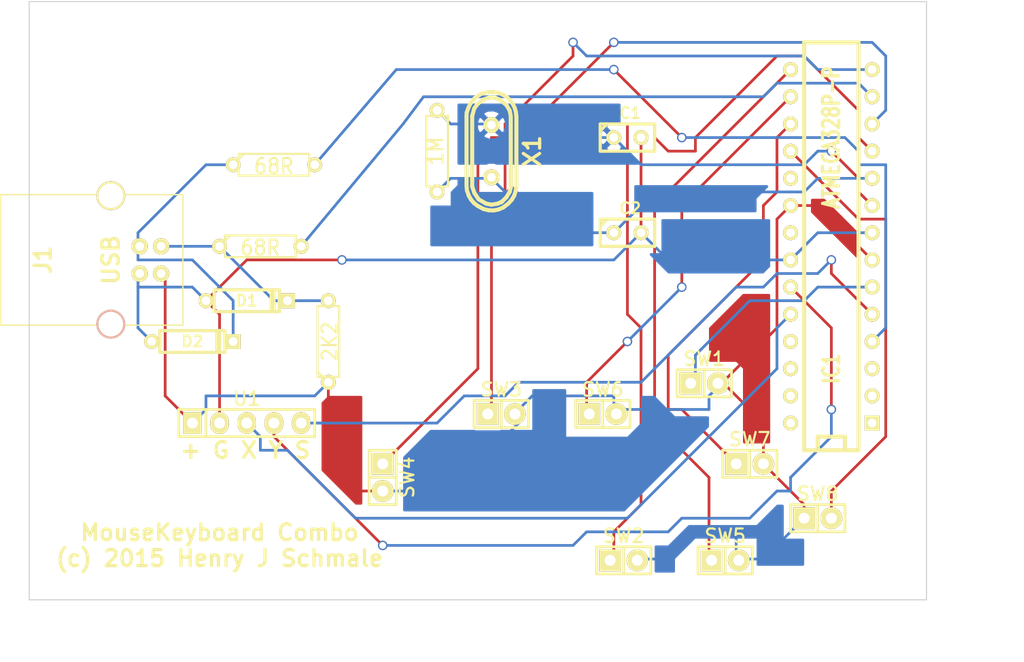
<source format=kicad_pcb>
(kicad_pcb (version 3) (host pcbnew "(2014-jan-25)-product")

  (general
    (links 43)
    (no_connects 0)
    (area 96.075499 78.689999 195.96 142.400001)
    (thickness 1.6)
    (drawings 8)
    (tracks 225)
    (zones 0)
    (modules 20)
    (nets 31)
  )

  (page A)
  (title_block
    (title "PCB Layout for Custom Mouse Keyboard Combo")
    (date "15 Feb 2015")
    (comment 1 "A custom mouse and keyboard")
  )

  (layers
    (15 F.Cu signal)
    (0 B.Cu signal)
    (16 B.Adhes user)
    (17 F.Adhes user)
    (18 B.Paste user)
    (19 F.Paste user)
    (20 B.SilkS user)
    (21 F.SilkS user)
    (22 B.Mask user)
    (23 F.Mask user)
    (24 Dwgs.User user)
    (25 Cmts.User user)
    (26 Eco1.User user)
    (27 Eco2.User user)
    (28 Edge.Cuts user)
  )

  (setup
    (last_trace_width 0.254)
    (trace_clearance 0.254)
    (zone_clearance 0.508)
    (zone_45_only yes)
    (trace_min 0.254)
    (segment_width 0.2)
    (edge_width 0.1)
    (via_size 0.889)
    (via_drill 0.635)
    (via_min_size 0.889)
    (via_min_drill 0.508)
    (uvia_size 0.508)
    (uvia_drill 0.127)
    (uvias_allowed no)
    (uvia_min_size 0.508)
    (uvia_min_drill 0.127)
    (pcb_text_width 0.3)
    (pcb_text_size 1.5 1.5)
    (mod_edge_width 0.15)
    (mod_text_size 1 1)
    (mod_text_width 0.15)
    (pad_size 1.5 1.5)
    (pad_drill 0.6)
    (pad_to_mask_clearance 0)
    (aux_axis_origin 0 0)
    (visible_elements FFFFFF7F)
    (pcbplotparams
      (layerselection 3178497)
      (usegerberextensions true)
      (excludeedgelayer true)
      (linewidth 0.150000)
      (plotframeref false)
      (viasonmask false)
      (mode 1)
      (useauxorigin false)
      (hpglpennumber 1)
      (hpglpenspeed 20)
      (hpglpendiameter 15)
      (hpglpenoverlay 2)
      (psnegative false)
      (psa4output false)
      (plotreference true)
      (plotvalue true)
      (plotothertext true)
      (plotinvisibletext false)
      (padsonsilk false)
      (subtractmaskfromsilk false)
      (outputformat 1)
      (mirror false)
      (drillshape 0)
      (scaleselection 1)
      (outputdirectory ""))
  )

  (net 0 "")
  (net 1 XTAL1)
  (net 2 GND)
  (net 3 XTAL2)
  (net 4 "Net-(D1-Pad2)")
  (net 5 "Net-(D2-Pad2)")
  (net 6 "Net-(IC1-Pad2)")
  (net 7 "Net-(IC1-Pad3)")
  (net 8 "Net-(IC1-Pad4)")
  (net 9 "Net-(IC1-Pad5)")
  (net 10 "Net-(IC1-Pad6)")
  (net 11 +5V)
  (net 12 "Net-(IC1-Pad11)")
  (net 13 "Net-(IC1-Pad12)")
  (net 14 "Net-(IC1-Pad13)")
  (net 15 "Net-(IC1-Pad14)")
  (net 16 "Net-(IC1-Pad1)")
  (net 17 "Net-(IC1-Pad15)")
  (net 18 "Net-(IC1-Pad16)")
  (net 19 "Net-(IC1-Pad17)")
  (net 20 "Net-(IC1-Pad18)")
  (net 21 "Net-(IC1-Pad19)")
  (net 22 "Net-(IC1-Pad21)")
  (net 23 "Net-(IC1-Pad23)")
  (net 24 "Net-(IC1-Pad24)")
  (net 25 "Net-(IC1-Pad25)")
  (net 26 "Net-(IC1-Pad26)")
  (net 27 "Net-(IC1-Pad27)")
  (net 28 "Net-(IC1-Pad28)")
  (net 29 "Net-(J1-Pad5)")
  (net 30 "Net-(J1-Pad6)")

  (net_class Default "This is the default net class."
    (clearance 0.254)
    (trace_width 0.254)
    (via_dia 0.889)
    (via_drill 0.635)
    (uvia_dia 0.508)
    (uvia_drill 0.127)
    (add_net +5V)
    (add_net GND)
    (add_net "Net-(D1-Pad2)")
    (add_net "Net-(D2-Pad2)")
    (add_net "Net-(IC1-Pad1)")
    (add_net "Net-(IC1-Pad11)")
    (add_net "Net-(IC1-Pad12)")
    (add_net "Net-(IC1-Pad13)")
    (add_net "Net-(IC1-Pad14)")
    (add_net "Net-(IC1-Pad15)")
    (add_net "Net-(IC1-Pad16)")
    (add_net "Net-(IC1-Pad17)")
    (add_net "Net-(IC1-Pad18)")
    (add_net "Net-(IC1-Pad19)")
    (add_net "Net-(IC1-Pad2)")
    (add_net "Net-(IC1-Pad21)")
    (add_net "Net-(IC1-Pad23)")
    (add_net "Net-(IC1-Pad24)")
    (add_net "Net-(IC1-Pad25)")
    (add_net "Net-(IC1-Pad26)")
    (add_net "Net-(IC1-Pad27)")
    (add_net "Net-(IC1-Pad28)")
    (add_net "Net-(IC1-Pad3)")
    (add_net "Net-(IC1-Pad4)")
    (add_net "Net-(IC1-Pad5)")
    (add_net "Net-(IC1-Pad6)")
    (add_net "Net-(J1-Pad5)")
    (add_net "Net-(J1-Pad6)")
    (add_net XTAL1)
    (add_net XTAL2)
  )

  (module Discret:C1 (layer F.Cu) (tedit 54DEC8D1) (tstamp 54DECC83)
    (at 154.94 91.44)
    (descr "Condensateur e = 1 pas")
    (tags C)
    (path /54DEA150)
    (fp_text reference C1 (at 0.254 -2.286) (layer F.SilkS)
      (effects (font (size 1.016 1.016) (thickness 0.2032)))
    )
    (fp_text value 22P (at 0 -2.286) (layer F.SilkS) hide
      (effects (font (size 1.016 1.016) (thickness 0.2032)))
    )
    (fp_line (start -2.4892 -1.27) (end 2.54 -1.27) (layer F.SilkS) (width 0.3048))
    (fp_line (start 2.54 -1.27) (end 2.54 1.27) (layer F.SilkS) (width 0.3048))
    (fp_line (start 2.54 1.27) (end -2.54 1.27) (layer F.SilkS) (width 0.3048))
    (fp_line (start -2.54 1.27) (end -2.54 -1.27) (layer F.SilkS) (width 0.3048))
    (fp_line (start -2.54 -0.635) (end -1.905 -1.27) (layer F.SilkS) (width 0.3048))
    (pad 1 thru_hole circle (at -1.27 0) (size 1.397 1.397) (drill 0.8128) (layers *.Cu *.Mask F.SilkS)
      (net 1 XTAL1))
    (pad 2 thru_hole circle (at 1.27 0) (size 1.397 1.397) (drill 0.8128) (layers *.Cu *.Mask F.SilkS)
      (net 2 GND))
    (model discret/capa_1_pas.wrl
      (at (xyz 0 0 0))
      (scale (xyz 1 1 1))
      (rotate (xyz 0 0 0))
    )
  )

  (module Discret:C1 (layer F.Cu) (tedit 54DEC8D1) (tstamp 54DEDBD4)
    (at 154.94 100.33)
    (descr "Condensateur e = 1 pas")
    (tags C)
    (path /54DEA162)
    (fp_text reference C2 (at 0.254 -2.286) (layer F.SilkS)
      (effects (font (size 1.016 1.016) (thickness 0.2032)))
    )
    (fp_text value 22P (at 0 -2.286) (layer F.SilkS) hide
      (effects (font (size 1.016 1.016) (thickness 0.2032)))
    )
    (fp_line (start -2.4892 -1.27) (end 2.54 -1.27) (layer F.SilkS) (width 0.3048))
    (fp_line (start 2.54 -1.27) (end 2.54 1.27) (layer F.SilkS) (width 0.3048))
    (fp_line (start 2.54 1.27) (end -2.54 1.27) (layer F.SilkS) (width 0.3048))
    (fp_line (start -2.54 1.27) (end -2.54 -1.27) (layer F.SilkS) (width 0.3048))
    (fp_line (start -2.54 -0.635) (end -1.905 -1.27) (layer F.SilkS) (width 0.3048))
    (pad 1 thru_hole circle (at -1.27 0) (size 1.397 1.397) (drill 0.8128) (layers *.Cu *.Mask F.SilkS)
      (net 3 XTAL2))
    (pad 2 thru_hole circle (at 1.27 0) (size 1.397 1.397) (drill 0.8128) (layers *.Cu *.Mask F.SilkS)
      (net 2 GND))
    (model discret/capa_1_pas.wrl
      (at (xyz 0 0 0))
      (scale (xyz 1 1 1))
      (rotate (xyz 0 0 0))
    )
  )

  (module Discret:D3 (layer F.Cu) (tedit 54DEC8D1) (tstamp 54DECC9E)
    (at 119.38 106.68)
    (descr "Diode 3 pas")
    (tags "DIODE DEV")
    (path /54DE9F69)
    (fp_text reference D1 (at 0 0) (layer F.SilkS)
      (effects (font (size 1.016 1.016) (thickness 0.2032)))
    )
    (fp_text value DIODESCH (at 0 0) (layer F.SilkS) hide
      (effects (font (size 1.016 1.016) (thickness 0.2032)))
    )
    (fp_line (start 3.81 0) (end 3.048 0) (layer F.SilkS) (width 0.3048))
    (fp_line (start 3.048 0) (end 3.048 -1.016) (layer F.SilkS) (width 0.3048))
    (fp_line (start 3.048 -1.016) (end -3.048 -1.016) (layer F.SilkS) (width 0.3048))
    (fp_line (start -3.048 -1.016) (end -3.048 0) (layer F.SilkS) (width 0.3048))
    (fp_line (start -3.048 0) (end -3.81 0) (layer F.SilkS) (width 0.3048))
    (fp_line (start -3.048 0) (end -3.048 1.016) (layer F.SilkS) (width 0.3048))
    (fp_line (start -3.048 1.016) (end 3.048 1.016) (layer F.SilkS) (width 0.3048))
    (fp_line (start 3.048 1.016) (end 3.048 0) (layer F.SilkS) (width 0.3048))
    (fp_line (start 2.54 -1.016) (end 2.54 1.016) (layer F.SilkS) (width 0.3048))
    (fp_line (start 2.286 1.016) (end 2.286 -1.016) (layer F.SilkS) (width 0.3048))
    (pad 2 thru_hole rect (at 3.81 0) (size 1.397 1.397) (drill 0.8128) (layers *.Cu *.Mask F.SilkS)
      (net 4 "Net-(D1-Pad2)"))
    (pad 1 thru_hole circle (at -3.81 0) (size 1.397 1.397) (drill 0.8128) (layers *.Cu *.Mask F.SilkS)
      (net 2 GND))
    (model discret/diode.wrl
      (at (xyz 0 0 0))
      (scale (xyz 0.3 0.3 0.3))
      (rotate (xyz 0 0 0))
    )
  )

  (module Discret:D3 (layer F.Cu) (tedit 54DEC8D1) (tstamp 54DECCAE)
    (at 114.3 110.49)
    (descr "Diode 3 pas")
    (tags "DIODE DEV")
    (path /54DE9F6A)
    (fp_text reference D2 (at 0 0) (layer F.SilkS)
      (effects (font (size 1.016 1.016) (thickness 0.2032)))
    )
    (fp_text value DIODESCH (at 0 0) (layer F.SilkS) hide
      (effects (font (size 1.016 1.016) (thickness 0.2032)))
    )
    (fp_line (start 3.81 0) (end 3.048 0) (layer F.SilkS) (width 0.3048))
    (fp_line (start 3.048 0) (end 3.048 -1.016) (layer F.SilkS) (width 0.3048))
    (fp_line (start 3.048 -1.016) (end -3.048 -1.016) (layer F.SilkS) (width 0.3048))
    (fp_line (start -3.048 -1.016) (end -3.048 0) (layer F.SilkS) (width 0.3048))
    (fp_line (start -3.048 0) (end -3.81 0) (layer F.SilkS) (width 0.3048))
    (fp_line (start -3.048 0) (end -3.048 1.016) (layer F.SilkS) (width 0.3048))
    (fp_line (start -3.048 1.016) (end 3.048 1.016) (layer F.SilkS) (width 0.3048))
    (fp_line (start 3.048 1.016) (end 3.048 0) (layer F.SilkS) (width 0.3048))
    (fp_line (start 2.54 -1.016) (end 2.54 1.016) (layer F.SilkS) (width 0.3048))
    (fp_line (start 2.286 1.016) (end 2.286 -1.016) (layer F.SilkS) (width 0.3048))
    (pad 2 thru_hole rect (at 3.81 0) (size 1.397 1.397) (drill 0.8128) (layers *.Cu *.Mask F.SilkS)
      (net 5 "Net-(D2-Pad2)"))
    (pad 1 thru_hole circle (at -3.81 0) (size 1.397 1.397) (drill 0.8128) (layers *.Cu *.Mask F.SilkS)
      (net 2 GND))
    (model discret/diode.wrl
      (at (xyz 0 0 0))
      (scale (xyz 0.3 0.3 0.3))
      (rotate (xyz 0 0 0))
    )
  )

  (module Sockets_DIP:DIP-28__300 (layer F.Cu) (tedit 54DEC8D1) (tstamp 54DECCD5)
    (at 173.99 101.6 90)
    (descr "28 pins DIL package, round pads, width 300mil")
    (tags DIL)
    (path /54DE9F6C)
    (fp_text reference IC1 (at -11.43 0 90) (layer F.SilkS)
      (effects (font (size 1.524 1.143) (thickness 0.3048)))
    )
    (fp_text value ATMEGA328P-P (at 10.16 0 90) (layer F.SilkS)
      (effects (font (size 1.524 1.143) (thickness 0.3048)))
    )
    (fp_line (start -19.05 -2.54) (end 19.05 -2.54) (layer F.SilkS) (width 0.381))
    (fp_line (start 19.05 -2.54) (end 19.05 2.54) (layer F.SilkS) (width 0.381))
    (fp_line (start 19.05 2.54) (end -19.05 2.54) (layer F.SilkS) (width 0.381))
    (fp_line (start -19.05 2.54) (end -19.05 -2.54) (layer F.SilkS) (width 0.381))
    (fp_line (start -19.05 -1.27) (end -17.78 -1.27) (layer F.SilkS) (width 0.381))
    (fp_line (start -17.78 -1.27) (end -17.78 1.27) (layer F.SilkS) (width 0.381))
    (fp_line (start -17.78 1.27) (end -19.05 1.27) (layer F.SilkS) (width 0.381))
    (pad 2 thru_hole circle (at -13.97 3.81 90) (size 1.397 1.397) (drill 0.8128) (layers *.Cu *.Mask F.SilkS)
      (net 6 "Net-(IC1-Pad2)"))
    (pad 3 thru_hole circle (at -11.43 3.81 90) (size 1.397 1.397) (drill 0.8128) (layers *.Cu *.Mask F.SilkS)
      (net 7 "Net-(IC1-Pad3)"))
    (pad 4 thru_hole circle (at -8.89 3.81 90) (size 1.397 1.397) (drill 0.8128) (layers *.Cu *.Mask F.SilkS)
      (net 8 "Net-(IC1-Pad4)"))
    (pad 5 thru_hole circle (at -6.35 3.81 90) (size 1.397 1.397) (drill 0.8128) (layers *.Cu *.Mask F.SilkS)
      (net 9 "Net-(IC1-Pad5)"))
    (pad 6 thru_hole circle (at -3.81 3.81 90) (size 1.397 1.397) (drill 0.8128) (layers *.Cu *.Mask F.SilkS)
      (net 10 "Net-(IC1-Pad6)"))
    (pad 7 thru_hole circle (at -1.27 3.81 90) (size 1.397 1.397) (drill 0.8128) (layers *.Cu *.Mask F.SilkS)
      (net 11 +5V))
    (pad 8 thru_hole circle (at 1.27 3.81 90) (size 1.397 1.397) (drill 0.8128) (layers *.Cu *.Mask F.SilkS)
      (net 2 GND))
    (pad 9 thru_hole circle (at 3.81 3.81 90) (size 1.397 1.397) (drill 0.8128) (layers *.Cu *.Mask F.SilkS)
      (net 1 XTAL1))
    (pad 10 thru_hole circle (at 6.35 3.81 90) (size 1.397 1.397) (drill 0.8128) (layers *.Cu *.Mask F.SilkS)
      (net 3 XTAL2))
    (pad 11 thru_hole circle (at 8.89 3.81 90) (size 1.397 1.397) (drill 0.8128) (layers *.Cu *.Mask F.SilkS)
      (net 12 "Net-(IC1-Pad11)"))
    (pad 12 thru_hole circle (at 11.43 3.81 90) (size 1.397 1.397) (drill 0.8128) (layers *.Cu *.Mask F.SilkS)
      (net 13 "Net-(IC1-Pad12)"))
    (pad 13 thru_hole circle (at 13.97 3.81 90) (size 1.397 1.397) (drill 0.8128) (layers *.Cu *.Mask F.SilkS)
      (net 14 "Net-(IC1-Pad13)"))
    (pad 14 thru_hole circle (at 16.51 3.81 90) (size 1.397 1.397) (drill 0.8128) (layers *.Cu *.Mask F.SilkS)
      (net 15 "Net-(IC1-Pad14)"))
    (pad 1 thru_hole rect (at -16.51 3.81 90) (size 1.397 1.397) (drill 0.8128) (layers *.Cu *.Mask F.SilkS)
      (net 16 "Net-(IC1-Pad1)"))
    (pad 15 thru_hole circle (at 16.51 -3.81 90) (size 1.397 1.397) (drill 0.8128) (layers *.Cu *.Mask F.SilkS)
      (net 17 "Net-(IC1-Pad15)"))
    (pad 16 thru_hole circle (at 13.97 -3.81 90) (size 1.397 1.397) (drill 0.8128) (layers *.Cu *.Mask F.SilkS)
      (net 18 "Net-(IC1-Pad16)"))
    (pad 17 thru_hole circle (at 11.43 -3.81 90) (size 1.397 1.397) (drill 0.8128) (layers *.Cu *.Mask F.SilkS)
      (net 19 "Net-(IC1-Pad17)"))
    (pad 18 thru_hole circle (at 8.89 -3.81 90) (size 1.397 1.397) (drill 0.8128) (layers *.Cu *.Mask F.SilkS)
      (net 20 "Net-(IC1-Pad18)"))
    (pad 19 thru_hole circle (at 6.35 -3.81 90) (size 1.397 1.397) (drill 0.8128) (layers *.Cu *.Mask F.SilkS)
      (net 21 "Net-(IC1-Pad19)"))
    (pad 20 thru_hole circle (at 3.81 -3.81 90) (size 1.397 1.397) (drill 0.8128) (layers *.Cu *.Mask F.SilkS)
      (net 11 +5V))
    (pad 21 thru_hole circle (at 1.27 -3.81 90) (size 1.397 1.397) (drill 0.8128) (layers *.Cu *.Mask F.SilkS)
      (net 22 "Net-(IC1-Pad21)"))
    (pad 22 thru_hole circle (at -1.27 -3.81 90) (size 1.397 1.397) (drill 0.8128) (layers *.Cu *.Mask F.SilkS)
      (net 2 GND))
    (pad 23 thru_hole circle (at -3.81 -3.81 90) (size 1.397 1.397) (drill 0.8128) (layers *.Cu *.Mask F.SilkS)
      (net 23 "Net-(IC1-Pad23)"))
    (pad 24 thru_hole circle (at -6.35 -3.81 90) (size 1.397 1.397) (drill 0.8128) (layers *.Cu *.Mask F.SilkS)
      (net 24 "Net-(IC1-Pad24)"))
    (pad 25 thru_hole circle (at -8.89 -3.81 90) (size 1.397 1.397) (drill 0.8128) (layers *.Cu *.Mask F.SilkS)
      (net 25 "Net-(IC1-Pad25)"))
    (pad 26 thru_hole circle (at -11.43 -3.81 90) (size 1.397 1.397) (drill 0.8128) (layers *.Cu *.Mask F.SilkS)
      (net 26 "Net-(IC1-Pad26)"))
    (pad 27 thru_hole circle (at -13.97 -3.81 90) (size 1.397 1.397) (drill 0.8128) (layers *.Cu *.Mask F.SilkS)
      (net 27 "Net-(IC1-Pad27)"))
    (pad 28 thru_hole circle (at -16.51 -3.81 90) (size 1.397 1.397) (drill 0.8128) (layers *.Cu *.Mask F.SilkS)
      (net 28 "Net-(IC1-Pad28)"))
    (model dil/dil_28-w300.wrl
      (at (xyz 0 0 0))
      (scale (xyz 1 1 1))
      (rotate (xyz 0 0 0))
    )
  )

  (module Connect:USB_B (layer F.Cu) (tedit 54DEC8D1) (tstamp 54DECCE3)
    (at 106.68 102.87 270)
    (tags USB)
    (path /54DE9F65)
    (fp_text reference J1 (at 0 6.35 270) (layer F.SilkS)
      (effects (font (thickness 0.3048)))
    )
    (fp_text value USB (at 0 0 270) (layer F.SilkS)
      (effects (font (thickness 0.3048)))
    )
    (fp_line (start -6.096 10.287) (end 6.096 10.287) (layer F.SilkS) (width 0.127))
    (fp_line (start 6.096 10.287) (end 6.096 -6.731) (layer F.SilkS) (width 0.127))
    (fp_line (start 6.096 -6.731) (end -6.096 -6.731) (layer F.SilkS) (width 0.127))
    (fp_line (start -6.096 -6.731) (end -6.096 10.287) (layer F.SilkS) (width 0.127))
    (pad 1 thru_hole circle (at 1.27 -4.699 270) (size 1.524 1.524) (drill 0.8128) (layers *.Cu *.Mask F.SilkS)
      (net 11 +5V))
    (pad 2 thru_hole circle (at -1.27 -4.699 270) (size 1.524 1.524) (drill 0.8128) (layers *.Cu *.Mask F.SilkS)
      (net 4 "Net-(D1-Pad2)"))
    (pad 3 thru_hole circle (at -1.27 -2.70002 270) (size 1.524 1.524) (drill 0.8128) (layers *.Cu *.Mask F.SilkS)
      (net 5 "Net-(D2-Pad2)"))
    (pad 4 thru_hole circle (at 1.27 -2.70002 270) (size 1.524 1.524) (drill 0.8128) (layers *.Cu *.Mask F.SilkS)
      (net 2 GND))
    (pad 5 np_thru_hole circle (at 5.99948 0 270) (size 2.70002 2.70002) (drill 2.30124) (layers *.Cu *.SilkS *.Mask)
      (net 29 "Net-(J1-Pad5)"))
    (pad 6 thru_hole circle (at -5.99948 0 270) (size 2.70002 2.70002) (drill 2.30124) (layers *.Cu *.Mask F.SilkS)
      (net 30 "Net-(J1-Pad6)"))
    (model Connectors/USB_type_B.wrl
      (at (xyz 0 0 0.001))
      (scale (xyz 0.3937 0.3937 0.3937))
      (rotate (xyz 0 0 0))
    )
  )

  (module Discret:R3 (layer F.Cu) (tedit 54DEC8D1) (tstamp 54DECCF1)
    (at 127 110.49 90)
    (descr "Resitance 3 pas")
    (tags R)
    (path /54DE9F68)
    (autoplace_cost180 10)
    (fp_text reference R1 (at 0 0.127 90) (layer F.SilkS) hide
      (effects (font (size 1.397 1.27) (thickness 0.2032)))
    )
    (fp_text value 2K2 (at 0 0.127 90) (layer F.SilkS)
      (effects (font (size 1.397 1.27) (thickness 0.2032)))
    )
    (fp_line (start -3.81 0) (end -3.302 0) (layer F.SilkS) (width 0.2032))
    (fp_line (start 3.81 0) (end 3.302 0) (layer F.SilkS) (width 0.2032))
    (fp_line (start 3.302 0) (end 3.302 -1.016) (layer F.SilkS) (width 0.2032))
    (fp_line (start 3.302 -1.016) (end -3.302 -1.016) (layer F.SilkS) (width 0.2032))
    (fp_line (start -3.302 -1.016) (end -3.302 1.016) (layer F.SilkS) (width 0.2032))
    (fp_line (start -3.302 1.016) (end 3.302 1.016) (layer F.SilkS) (width 0.2032))
    (fp_line (start 3.302 1.016) (end 3.302 0) (layer F.SilkS) (width 0.2032))
    (fp_line (start -3.302 -0.508) (end -2.794 -1.016) (layer F.SilkS) (width 0.2032))
    (pad 1 thru_hole circle (at -3.81 0 90) (size 1.397 1.397) (drill 0.8128) (layers *.Cu *.Mask F.SilkS)
      (net 11 +5V))
    (pad 2 thru_hole circle (at 3.81 0 90) (size 1.397 1.397) (drill 0.8128) (layers *.Cu *.Mask F.SilkS)
      (net 4 "Net-(D1-Pad2)"))
    (model discret/resistor.wrl
      (at (xyz 0 0 0))
      (scale (xyz 0.3 0.3 0.3))
      (rotate (xyz 0 0 0))
    )
  )

  (module Discret:R3 (layer F.Cu) (tedit 54DEC8D1) (tstamp 54DECCFF)
    (at 121.92 93.98)
    (descr "Resitance 3 pas")
    (tags R)
    (path /54DE9F67)
    (autoplace_cost180 10)
    (fp_text reference R2 (at 0 0.127) (layer F.SilkS) hide
      (effects (font (size 1.397 1.27) (thickness 0.2032)))
    )
    (fp_text value 68R (at 0 0.127) (layer F.SilkS)
      (effects (font (size 1.397 1.27) (thickness 0.2032)))
    )
    (fp_line (start -3.81 0) (end -3.302 0) (layer F.SilkS) (width 0.2032))
    (fp_line (start 3.81 0) (end 3.302 0) (layer F.SilkS) (width 0.2032))
    (fp_line (start 3.302 0) (end 3.302 -1.016) (layer F.SilkS) (width 0.2032))
    (fp_line (start 3.302 -1.016) (end -3.302 -1.016) (layer F.SilkS) (width 0.2032))
    (fp_line (start -3.302 -1.016) (end -3.302 1.016) (layer F.SilkS) (width 0.2032))
    (fp_line (start -3.302 1.016) (end 3.302 1.016) (layer F.SilkS) (width 0.2032))
    (fp_line (start 3.302 1.016) (end 3.302 0) (layer F.SilkS) (width 0.2032))
    (fp_line (start -3.302 -0.508) (end -2.794 -1.016) (layer F.SilkS) (width 0.2032))
    (pad 1 thru_hole circle (at -3.81 0) (size 1.397 1.397) (drill 0.8128) (layers *.Cu *.Mask F.SilkS)
      (net 5 "Net-(D2-Pad2)"))
    (pad 2 thru_hole circle (at 3.81 0) (size 1.397 1.397) (drill 0.8128) (layers *.Cu *.Mask F.SilkS)
      (net 8 "Net-(IC1-Pad4)"))
    (model discret/resistor.wrl
      (at (xyz 0 0 0))
      (scale (xyz 0.3 0.3 0.3))
      (rotate (xyz 0 0 0))
    )
  )

  (module Discret:R3 (layer F.Cu) (tedit 54DEC8D1) (tstamp 54DECD0D)
    (at 120.65 101.6)
    (descr "Resitance 3 pas")
    (tags R)
    (path /54DE9F66)
    (autoplace_cost180 10)
    (fp_text reference R3 (at 0 0.127) (layer F.SilkS) hide
      (effects (font (size 1.397 1.27) (thickness 0.2032)))
    )
    (fp_text value 68R (at 0 0.127) (layer F.SilkS)
      (effects (font (size 1.397 1.27) (thickness 0.2032)))
    )
    (fp_line (start -3.81 0) (end -3.302 0) (layer F.SilkS) (width 0.2032))
    (fp_line (start 3.81 0) (end 3.302 0) (layer F.SilkS) (width 0.2032))
    (fp_line (start 3.302 0) (end 3.302 -1.016) (layer F.SilkS) (width 0.2032))
    (fp_line (start 3.302 -1.016) (end -3.302 -1.016) (layer F.SilkS) (width 0.2032))
    (fp_line (start -3.302 -1.016) (end -3.302 1.016) (layer F.SilkS) (width 0.2032))
    (fp_line (start -3.302 1.016) (end 3.302 1.016) (layer F.SilkS) (width 0.2032))
    (fp_line (start 3.302 1.016) (end 3.302 0) (layer F.SilkS) (width 0.2032))
    (fp_line (start -3.302 -0.508) (end -2.794 -1.016) (layer F.SilkS) (width 0.2032))
    (pad 1 thru_hole circle (at -3.81 0) (size 1.397 1.397) (drill 0.8128) (layers *.Cu *.Mask F.SilkS)
      (net 4 "Net-(D1-Pad2)"))
    (pad 2 thru_hole circle (at 3.81 0) (size 1.397 1.397) (drill 0.8128) (layers *.Cu *.Mask F.SilkS)
      (net 14 "Net-(IC1-Pad13)"))
    (model discret/resistor.wrl
      (at (xyz 0 0 0))
      (scale (xyz 0.3 0.3 0.3))
      (rotate (xyz 0 0 0))
    )
  )

  (module Discret:R3 (layer F.Cu) (tedit 54DEC8D1) (tstamp 54E8EE39)
    (at 137.16 92.71 270)
    (descr "Resitance 3 pas")
    (tags R)
    (path /54DEA123)
    (autoplace_cost180 10)
    (fp_text reference R4 (at 0 0.127 270) (layer F.SilkS) hide
      (effects (font (size 1.397 1.27) (thickness 0.2032)))
    )
    (fp_text value 1M (at 0 0.127 270) (layer F.SilkS)
      (effects (font (size 1.397 1.27) (thickness 0.2032)))
    )
    (fp_line (start -3.81 0) (end -3.302 0) (layer F.SilkS) (width 0.2032))
    (fp_line (start 3.81 0) (end 3.302 0) (layer F.SilkS) (width 0.2032))
    (fp_line (start 3.302 0) (end 3.302 -1.016) (layer F.SilkS) (width 0.2032))
    (fp_line (start 3.302 -1.016) (end -3.302 -1.016) (layer F.SilkS) (width 0.2032))
    (fp_line (start -3.302 -1.016) (end -3.302 1.016) (layer F.SilkS) (width 0.2032))
    (fp_line (start -3.302 1.016) (end 3.302 1.016) (layer F.SilkS) (width 0.2032))
    (fp_line (start 3.302 1.016) (end 3.302 0) (layer F.SilkS) (width 0.2032))
    (fp_line (start -3.302 -0.508) (end -2.794 -1.016) (layer F.SilkS) (width 0.2032))
    (pad 1 thru_hole circle (at -3.81 0 270) (size 1.397 1.397) (drill 0.8128) (layers *.Cu *.Mask F.SilkS)
      (net 1 XTAL1))
    (pad 2 thru_hole circle (at 3.81 0 270) (size 1.397 1.397) (drill 0.8128) (layers *.Cu *.Mask F.SilkS)
      (net 3 XTAL2))
    (model discret/resistor.wrl
      (at (xyz 0 0 0))
      (scale (xyz 0.3 0.3 0.3))
      (rotate (xyz 0 0 0))
    )
  )

  (module Pin_Headers:Pin_Header_Straight_1x02 (layer F.Cu) (tedit 54DEC8D1) (tstamp 54DECD27)
    (at 162.120124 114.3938)
    (descr "1 pin")
    (tags "CONN DEV")
    (path /54DEA49D)
    (fp_text reference SW1 (at 0 -2.286) (layer F.SilkS)
      (effects (font (size 1.27 1.27) (thickness 0.2032)))
    )
    (fp_text value SW_PUSH (at 0 0) (layer F.SilkS) hide
      (effects (font (size 1.27 1.27) (thickness 0.2032)))
    )
    (fp_line (start 0 -1.27) (end 0 1.27) (layer F.SilkS) (width 0.254))
    (fp_line (start -2.54 -1.27) (end -2.54 1.27) (layer F.SilkS) (width 0.254))
    (fp_line (start -2.54 1.27) (end 0 1.27) (layer F.SilkS) (width 0.254))
    (fp_line (start 0 1.27) (end 2.54 1.27) (layer F.SilkS) (width 0.254))
    (fp_line (start 2.54 1.27) (end 2.54 -1.27) (layer F.SilkS) (width 0.254))
    (fp_line (start 2.54 -1.27) (end -2.54 -1.27) (layer F.SilkS) (width 0.254))
    (pad 1 thru_hole rect (at -1.27 0) (size 2.032 2.032) (drill 1.016) (layers *.Cu *.Mask F.SilkS)
      (net 10 "Net-(IC1-Pad6)"))
    (pad 2 thru_hole oval (at 1.27 0) (size 2.032 2.032) (drill 1.016) (layers *.Cu *.Mask F.SilkS)
      (net 11 +5V))
    (model Pin_Headers/Pin_Header_Straight_1x02.wrl
      (at (xyz 0 0 0))
      (scale (xyz 1 1 1))
      (rotate (xyz 0 0 0))
    )
  )

  (module Pin_Headers:Pin_Header_Straight_1x02 (layer F.Cu) (tedit 54DEC8D1) (tstamp 54DECD33)
    (at 154.590124 130.9338)
    (descr "1 pin")
    (tags "CONN DEV")
    (path /54DEA4B1)
    (fp_text reference SW2 (at 0 -2.286) (layer F.SilkS)
      (effects (font (size 1.27 1.27) (thickness 0.2032)))
    )
    (fp_text value SW_PUSH (at 0 0) (layer F.SilkS) hide
      (effects (font (size 1.27 1.27) (thickness 0.2032)))
    )
    (fp_line (start 0 -1.27) (end 0 1.27) (layer F.SilkS) (width 0.254))
    (fp_line (start -2.54 -1.27) (end -2.54 1.27) (layer F.SilkS) (width 0.254))
    (fp_line (start -2.54 1.27) (end 0 1.27) (layer F.SilkS) (width 0.254))
    (fp_line (start 0 1.27) (end 2.54 1.27) (layer F.SilkS) (width 0.254))
    (fp_line (start 2.54 1.27) (end 2.54 -1.27) (layer F.SilkS) (width 0.254))
    (fp_line (start 2.54 -1.27) (end -2.54 -1.27) (layer F.SilkS) (width 0.254))
    (pad 1 thru_hole rect (at -1.27 0) (size 2.032 2.032) (drill 1.016) (layers *.Cu *.Mask F.SilkS)
      (net 12 "Net-(IC1-Pad11)"))
    (pad 2 thru_hole oval (at 1.27 0) (size 2.032 2.032) (drill 1.016) (layers *.Cu *.Mask F.SilkS)
      (net 11 +5V))
    (model Pin_Headers/Pin_Header_Straight_1x02.wrl
      (at (xyz 0 0 0))
      (scale (xyz 1 1 1))
      (rotate (xyz 0 0 0))
    )
  )

  (module Pin_Headers:Pin_Header_Straight_1x02 (layer F.Cu) (tedit 54DEC8D1) (tstamp 54DECD3F)
    (at 143.160124 117.2638)
    (descr "1 pin")
    (tags "CONN DEV")
    (path /54DEA4C3)
    (fp_text reference SW3 (at 0 -2.286) (layer F.SilkS)
      (effects (font (size 1.27 1.27) (thickness 0.2032)))
    )
    (fp_text value SW_PUSH (at 0 0) (layer F.SilkS) hide
      (effects (font (size 1.27 1.27) (thickness 0.2032)))
    )
    (fp_line (start 0 -1.27) (end 0 1.27) (layer F.SilkS) (width 0.254))
    (fp_line (start -2.54 -1.27) (end -2.54 1.27) (layer F.SilkS) (width 0.254))
    (fp_line (start -2.54 1.27) (end 0 1.27) (layer F.SilkS) (width 0.254))
    (fp_line (start 0 1.27) (end 2.54 1.27) (layer F.SilkS) (width 0.254))
    (fp_line (start 2.54 1.27) (end 2.54 -1.27) (layer F.SilkS) (width 0.254))
    (fp_line (start 2.54 -1.27) (end -2.54 -1.27) (layer F.SilkS) (width 0.254))
    (pad 1 thru_hole rect (at -1.27 0) (size 2.032 2.032) (drill 1.016) (layers *.Cu *.Mask F.SilkS)
      (net 13 "Net-(IC1-Pad12)"))
    (pad 2 thru_hole oval (at 1.27 0) (size 2.032 2.032) (drill 1.016) (layers *.Cu *.Mask F.SilkS)
      (net 11 +5V))
    (model Pin_Headers/Pin_Header_Straight_1x02.wrl
      (at (xyz 0 0 0))
      (scale (xyz 1 1 1))
      (rotate (xyz 0 0 0))
    )
  )

  (module Pin_Headers:Pin_Header_Straight_1x02 (layer F.Cu) (tedit 54DEC8D1) (tstamp 54DECD4B)
    (at 132.08 123.19 270)
    (descr "1 pin")
    (tags "CONN DEV")
    (path /54DEA4D0)
    (fp_text reference SW4 (at 0 -2.286 270) (layer F.SilkS)
      (effects (font (size 1.27 1.27) (thickness 0.2032)))
    )
    (fp_text value SW_PUSH (at 0 0 270) (layer F.SilkS) hide
      (effects (font (size 1.27 1.27) (thickness 0.2032)))
    )
    (fp_line (start 0 -1.27) (end 0 1.27) (layer F.SilkS) (width 0.254))
    (fp_line (start -2.54 -1.27) (end -2.54 1.27) (layer F.SilkS) (width 0.254))
    (fp_line (start -2.54 1.27) (end 0 1.27) (layer F.SilkS) (width 0.254))
    (fp_line (start 0 1.27) (end 2.54 1.27) (layer F.SilkS) (width 0.254))
    (fp_line (start 2.54 1.27) (end 2.54 -1.27) (layer F.SilkS) (width 0.254))
    (fp_line (start 2.54 -1.27) (end -2.54 -1.27) (layer F.SilkS) (width 0.254))
    (pad 1 thru_hole rect (at -1.27 0 270) (size 2.032 2.032) (drill 1.016) (layers *.Cu *.Mask F.SilkS)
      (net 15 "Net-(IC1-Pad14)"))
    (pad 2 thru_hole oval (at 1.27 0 270) (size 2.032 2.032) (drill 1.016) (layers *.Cu *.Mask F.SilkS)
      (net 11 +5V))
    (model Pin_Headers/Pin_Header_Straight_1x02.wrl
      (at (xyz 0 0 0))
      (scale (xyz 1 1 1))
      (rotate (xyz 0 0 0))
    )
  )

  (module Pin_Headers:Pin_Header_Straight_1x02 (layer F.Cu) (tedit 54DEC8D1) (tstamp 54DECD57)
    (at 164.070124 130.9338)
    (descr "1 pin")
    (tags "CONN DEV")
    (path /54DEA4F5)
    (fp_text reference SW5 (at 0 -2.286) (layer F.SilkS)
      (effects (font (size 1.27 1.27) (thickness 0.2032)))
    )
    (fp_text value SW_PUSH (at 0 0) (layer F.SilkS) hide
      (effects (font (size 1.27 1.27) (thickness 0.2032)))
    )
    (fp_line (start 0 -1.27) (end 0 1.27) (layer F.SilkS) (width 0.254))
    (fp_line (start -2.54 -1.27) (end -2.54 1.27) (layer F.SilkS) (width 0.254))
    (fp_line (start -2.54 1.27) (end 0 1.27) (layer F.SilkS) (width 0.254))
    (fp_line (start 0 1.27) (end 2.54 1.27) (layer F.SilkS) (width 0.254))
    (fp_line (start 2.54 1.27) (end 2.54 -1.27) (layer F.SilkS) (width 0.254))
    (fp_line (start 2.54 -1.27) (end -2.54 -1.27) (layer F.SilkS) (width 0.254))
    (pad 1 thru_hole rect (at -1.27 0) (size 2.032 2.032) (drill 1.016) (layers *.Cu *.Mask F.SilkS)
      (net 17 "Net-(IC1-Pad15)"))
    (pad 2 thru_hole oval (at 1.27 0) (size 2.032 2.032) (drill 1.016) (layers *.Cu *.Mask F.SilkS)
      (net 11 +5V))
    (model Pin_Headers/Pin_Header_Straight_1x02.wrl
      (at (xyz 0 0 0))
      (scale (xyz 1 1 1))
      (rotate (xyz 0 0 0))
    )
  )

  (module Pin_Headers:Pin_Header_Straight_1x02 (layer F.Cu) (tedit 54DEC8D1) (tstamp 54DECD63)
    (at 152.640124 117.2638)
    (descr "1 pin")
    (tags "CONN DEV")
    (path /54DEA509)
    (fp_text reference SW6 (at 0 -2.286) (layer F.SilkS)
      (effects (font (size 1.27 1.27) (thickness 0.2032)))
    )
    (fp_text value SW_PUSH (at 0 0) (layer F.SilkS) hide
      (effects (font (size 1.27 1.27) (thickness 0.2032)))
    )
    (fp_line (start 0 -1.27) (end 0 1.27) (layer F.SilkS) (width 0.254))
    (fp_line (start -2.54 -1.27) (end -2.54 1.27) (layer F.SilkS) (width 0.254))
    (fp_line (start -2.54 1.27) (end 0 1.27) (layer F.SilkS) (width 0.254))
    (fp_line (start 0 1.27) (end 2.54 1.27) (layer F.SilkS) (width 0.254))
    (fp_line (start 2.54 1.27) (end 2.54 -1.27) (layer F.SilkS) (width 0.254))
    (fp_line (start 2.54 -1.27) (end -2.54 -1.27) (layer F.SilkS) (width 0.254))
    (pad 1 thru_hole rect (at -1.27 0) (size 2.032 2.032) (drill 1.016) (layers *.Cu *.Mask F.SilkS)
      (net 18 "Net-(IC1-Pad16)"))
    (pad 2 thru_hole oval (at 1.27 0) (size 2.032 2.032) (drill 1.016) (layers *.Cu *.Mask F.SilkS)
      (net 11 +5V))
    (model Pin_Headers/Pin_Header_Straight_1x02.wrl
      (at (xyz 0 0 0))
      (scale (xyz 1 1 1))
      (rotate (xyz 0 0 0))
    )
  )

  (module Pin_Headers:Pin_Header_Straight_1x02 (layer F.Cu) (tedit 54DEC8D1) (tstamp 54DECD6F)
    (at 166.37 121.92)
    (descr "1 pin")
    (tags "CONN DEV")
    (path /54DEA51D)
    (fp_text reference SW7 (at 0 -2.286) (layer F.SilkS)
      (effects (font (size 1.27 1.27) (thickness 0.2032)))
    )
    (fp_text value SW_PUSH (at 0 0) (layer F.SilkS) hide
      (effects (font (size 1.27 1.27) (thickness 0.2032)))
    )
    (fp_line (start 0 -1.27) (end 0 1.27) (layer F.SilkS) (width 0.254))
    (fp_line (start -2.54 -1.27) (end -2.54 1.27) (layer F.SilkS) (width 0.254))
    (fp_line (start -2.54 1.27) (end 0 1.27) (layer F.SilkS) (width 0.254))
    (fp_line (start 0 1.27) (end 2.54 1.27) (layer F.SilkS) (width 0.254))
    (fp_line (start 2.54 1.27) (end 2.54 -1.27) (layer F.SilkS) (width 0.254))
    (fp_line (start 2.54 -1.27) (end -2.54 -1.27) (layer F.SilkS) (width 0.254))
    (pad 1 thru_hole rect (at -1.27 0) (size 2.032 2.032) (drill 1.016) (layers *.Cu *.Mask F.SilkS)
      (net 19 "Net-(IC1-Pad17)"))
    (pad 2 thru_hole oval (at 1.27 0) (size 2.032 2.032) (drill 1.016) (layers *.Cu *.Mask F.SilkS)
      (net 11 +5V))
    (model Pin_Headers/Pin_Header_Straight_1x02.wrl
      (at (xyz 0 0 0))
      (scale (xyz 1 1 1))
      (rotate (xyz 0 0 0))
    )
  )

  (module Pin_Headers:Pin_Header_Straight_1x02 (layer F.Cu) (tedit 54DEC8D1) (tstamp 54DECD7B)
    (at 172.72 127)
    (descr "1 pin")
    (tags "CONN DEV")
    (path /54DEAEF8)
    (fp_text reference SW8 (at 0 -2.286) (layer F.SilkS)
      (effects (font (size 1.27 1.27) (thickness 0.2032)))
    )
    (fp_text value SPST (at 0 0) (layer F.SilkS) hide
      (effects (font (size 1.27 1.27) (thickness 0.2032)))
    )
    (fp_line (start 0 -1.27) (end 0 1.27) (layer F.SilkS) (width 0.254))
    (fp_line (start -2.54 -1.27) (end -2.54 1.27) (layer F.SilkS) (width 0.254))
    (fp_line (start -2.54 1.27) (end 0 1.27) (layer F.SilkS) (width 0.254))
    (fp_line (start 0 1.27) (end 2.54 1.27) (layer F.SilkS) (width 0.254))
    (fp_line (start 2.54 1.27) (end 2.54 -1.27) (layer F.SilkS) (width 0.254))
    (fp_line (start 2.54 -1.27) (end -2.54 -1.27) (layer F.SilkS) (width 0.254))
    (pad 1 thru_hole rect (at -1.27 0) (size 2.032 2.032) (drill 1.016) (layers *.Cu *.Mask F.SilkS)
      (net 11 +5V))
    (pad 2 thru_hole oval (at 1.27 0) (size 2.032 2.032) (drill 1.016) (layers *.Cu *.Mask F.SilkS)
      (net 20 "Net-(IC1-Pad18)"))
    (model Pin_Headers/Pin_Header_Straight_1x02.wrl
      (at (xyz 0 0 0))
      (scale (xyz 1 1 1))
      (rotate (xyz 0 0 0))
    )
  )

  (module Socket_Strips:Socket_Strip_Straight_1x05 (layer F.Cu) (tedit 54DEC8D1) (tstamp 54DECD8B)
    (at 119.38 118.11)
    (path /54DE9F6B)
    (fp_text reference U1 (at 0 -2.286) (layer F.SilkS)
      (effects (font (size 1.27 1.27) (thickness 0.2032)))
    )
    (fp_text value 2AxisPotWSelect (at 0 0) (layer F.SilkS) hide
      (effects (font (size 1.27 1.27) (thickness 0.2032)))
    )
    (fp_line (start -3.81 -1.27) (end 6.35 -1.27) (layer F.SilkS) (width 0.254))
    (fp_line (start 6.35 -1.27) (end 6.35 1.27) (layer F.SilkS) (width 0.254))
    (fp_line (start 6.35 1.27) (end -3.81 1.27) (layer F.SilkS) (width 0.254))
    (fp_line (start -6.35 -1.27) (end -3.81 -1.27) (layer F.SilkS) (width 0.254))
    (fp_line (start -3.81 -1.27) (end -3.81 1.27) (layer F.SilkS) (width 0.254))
    (fp_line (start -6.35 -1.27) (end -6.35 1.27) (layer F.SilkS) (width 0.254))
    (fp_line (start -6.35 1.27) (end -3.81 1.27) (layer F.SilkS) (width 0.254))
    (pad 1 thru_hole rect (at -5.08 0) (size 1.7272 2.032) (drill 1.016) (layers *.Cu *.Mask F.SilkS)
      (net 11 +5V))
    (pad 2 thru_hole oval (at -2.54 0) (size 1.7272 2.032) (drill 1.016) (layers *.Cu *.Mask F.SilkS)
      (net 2 GND))
    (pad 3 thru_hole oval (at 0 0) (size 1.7272 2.032) (drill 1.016) (layers *.Cu *.Mask F.SilkS)
      (net 24 "Net-(IC1-Pad24)"))
    (pad 4 thru_hole oval (at 2.54 0) (size 1.7272 2.032) (drill 1.016) (layers *.Cu *.Mask F.SilkS)
      (net 23 "Net-(IC1-Pad23)"))
    (pad 5 thru_hole oval (at 5.08 0) (size 1.7272 2.032) (drill 1.016) (layers *.Cu *.Mask F.SilkS)
      (net 9 "Net-(IC1-Pad5)"))
    (model Socket_Strips/Socket_Strip_Straight_1x05.wrl
      (at (xyz 0 0 0))
      (scale (xyz 1 1 1))
      (rotate (xyz 0 0 0))
    )
  )

  (module Crystals:Crystal_HC49-U_Vertical (layer F.Cu) (tedit 54DEC8D1) (tstamp 54DECDC4)
    (at 142.24 92.71 270)
    (descr "Crystal, Quarz, HC49/U, vertical, stehend,")
    (tags "Crystal, Quarz, HC49/U, vertical, stehend,")
    (path /54DEA0F2)
    (fp_text reference X1 (at 0 -3.81 270) (layer F.SilkS)
      (effects (font (thickness 0.3048)))
    )
    (fp_text value CRYSTAL-16MHz (at 0 3.81 270) (layer F.SilkS) hide
      (effects (font (thickness 0.3048)))
    )
    (fp_line (start 4.699 -1.00076) (end 4.89966 -0.59944) (layer F.SilkS) (width 0.381))
    (fp_line (start 4.89966 -0.59944) (end 5.00126 0) (layer F.SilkS) (width 0.381))
    (fp_line (start 5.00126 0) (end 4.89966 0.50038) (layer F.SilkS) (width 0.381))
    (fp_line (start 4.89966 0.50038) (end 4.50088 1.19888) (layer F.SilkS) (width 0.381))
    (fp_line (start 4.50088 1.19888) (end 3.8989 1.6002) (layer F.SilkS) (width 0.381))
    (fp_line (start 3.8989 1.6002) (end 3.29946 1.80086) (layer F.SilkS) (width 0.381))
    (fp_line (start 3.29946 1.80086) (end -3.29946 1.80086) (layer F.SilkS) (width 0.381))
    (fp_line (start -3.29946 1.80086) (end -4.0005 1.6002) (layer F.SilkS) (width 0.381))
    (fp_line (start -4.0005 1.6002) (end -4.39928 1.30048) (layer F.SilkS) (width 0.381))
    (fp_line (start -4.39928 1.30048) (end -4.8006 0.8001) (layer F.SilkS) (width 0.381))
    (fp_line (start -4.8006 0.8001) (end -5.00126 0.20066) (layer F.SilkS) (width 0.381))
    (fp_line (start -5.00126 0.20066) (end -5.00126 -0.29972) (layer F.SilkS) (width 0.381))
    (fp_line (start -5.00126 -0.29972) (end -4.8006 -0.8001) (layer F.SilkS) (width 0.381))
    (fp_line (start -4.8006 -0.8001) (end -4.30022 -1.39954) (layer F.SilkS) (width 0.381))
    (fp_line (start -4.30022 -1.39954) (end -3.79984 -1.69926) (layer F.SilkS) (width 0.381))
    (fp_line (start -3.79984 -1.69926) (end -3.29946 -1.80086) (layer F.SilkS) (width 0.381))
    (fp_line (start -3.2004 -1.80086) (end 3.40106 -1.80086) (layer F.SilkS) (width 0.381))
    (fp_line (start 3.40106 -1.80086) (end 3.79984 -1.69926) (layer F.SilkS) (width 0.381))
    (fp_line (start 3.79984 -1.69926) (end 4.30022 -1.39954) (layer F.SilkS) (width 0.381))
    (fp_line (start 4.30022 -1.39954) (end 4.8006 -0.89916) (layer F.SilkS) (width 0.381))
    (fp_line (start -3.19024 -2.32918) (end -3.64998 -2.28092) (layer F.SilkS) (width 0.381))
    (fp_line (start -3.64998 -2.28092) (end -4.04876 -2.16916) (layer F.SilkS) (width 0.381))
    (fp_line (start -4.04876 -2.16916) (end -4.48056 -1.95072) (layer F.SilkS) (width 0.381))
    (fp_line (start -4.48056 -1.95072) (end -4.77012 -1.71958) (layer F.SilkS) (width 0.381))
    (fp_line (start -4.77012 -1.71958) (end -5.10032 -1.36906) (layer F.SilkS) (width 0.381))
    (fp_line (start -5.10032 -1.36906) (end -5.38988 -0.83058) (layer F.SilkS) (width 0.381))
    (fp_line (start -5.38988 -0.83058) (end -5.51942 -0.23114) (layer F.SilkS) (width 0.381))
    (fp_line (start -5.51942 -0.23114) (end -5.51942 0.2794) (layer F.SilkS) (width 0.381))
    (fp_line (start -5.51942 0.2794) (end -5.34924 0.98044) (layer F.SilkS) (width 0.381))
    (fp_line (start -5.34924 0.98044) (end -4.95046 1.56972) (layer F.SilkS) (width 0.381))
    (fp_line (start -4.95046 1.56972) (end -4.49072 1.94056) (layer F.SilkS) (width 0.381))
    (fp_line (start -4.49072 1.94056) (end -4.06908 2.14884) (layer F.SilkS) (width 0.381))
    (fp_line (start -4.06908 2.14884) (end -3.6195 2.30886) (layer F.SilkS) (width 0.381))
    (fp_line (start -3.6195 2.30886) (end -3.18008 2.33934) (layer F.SilkS) (width 0.381))
    (fp_line (start 4.16052 2.1209) (end 4.53898 1.89992) (layer F.SilkS) (width 0.381))
    (fp_line (start 4.53898 1.89992) (end 4.85902 1.62052) (layer F.SilkS) (width 0.381))
    (fp_line (start 4.85902 1.62052) (end 5.11048 1.29032) (layer F.SilkS) (width 0.381))
    (fp_line (start 5.11048 1.29032) (end 5.4102 0.73914) (layer F.SilkS) (width 0.381))
    (fp_line (start 5.4102 0.73914) (end 5.51942 0.26924) (layer F.SilkS) (width 0.381))
    (fp_line (start 5.51942 0.26924) (end 5.53974 -0.1905) (layer F.SilkS) (width 0.381))
    (fp_line (start 5.53974 -0.1905) (end 5.45084 -0.65024) (layer F.SilkS) (width 0.381))
    (fp_line (start 5.45084 -0.65024) (end 5.26034 -1.09982) (layer F.SilkS) (width 0.381))
    (fp_line (start 5.26034 -1.09982) (end 4.89966 -1.56972) (layer F.SilkS) (width 0.381))
    (fp_line (start 4.89966 -1.56972) (end 4.54914 -1.88976) (layer F.SilkS) (width 0.381))
    (fp_line (start 4.54914 -1.88976) (end 4.16052 -2.1209) (layer F.SilkS) (width 0.381))
    (fp_line (start 4.16052 -2.1209) (end 3.73126 -2.2606) (layer F.SilkS) (width 0.381))
    (fp_line (start 3.73126 -2.2606) (end 3.2893 -2.32918) (layer F.SilkS) (width 0.381))
    (fp_line (start -3.2004 2.32918) (end 3.2512 2.32918) (layer F.SilkS) (width 0.381))
    (fp_line (start 3.2512 2.32918) (end 3.6703 2.29108) (layer F.SilkS) (width 0.381))
    (fp_line (start 3.6703 2.29108) (end 4.16052 2.1209) (layer F.SilkS) (width 0.381))
    (fp_line (start -3.2004 -2.32918) (end 3.2512 -2.32918) (layer F.SilkS) (width 0.381))
    (pad 1 thru_hole circle (at -2.44094 0 270) (size 1.50114 1.50114) (drill 0.8001) (layers *.Cu *.Mask F.SilkS)
      (net 1 XTAL1))
    (pad 2 thru_hole circle (at 2.44094 0 270) (size 1.50114 1.50114) (drill 0.8001) (layers *.Cu *.Mask F.SilkS)
      (net 3 XTAL2))
  )

  (gr_text "+ G X Y S\n" (at 113.03 120.65) (layer F.SilkS)
    (effects (font (size 1.5 1.5) (thickness 0.3)) (justify left))
  )
  (dimension 83.82 (width 0.3) (layer Dwgs.User)
    (gr_text "83.820 mm" (at 140.97 141.05) (layer Dwgs.User)
      (effects (font (size 1.5 1.5) (thickness 0.3)))
    )
    (feature1 (pts (xy 182.88 134.62) (xy 182.88 142.4)))
    (feature2 (pts (xy 99.06 134.62) (xy 99.06 142.4)))
    (crossbar (pts (xy 99.06 139.7) (xy 182.88 139.7)))
    (arrow1a (pts (xy 182.88 139.7) (xy 181.753496 140.286421)))
    (arrow1b (pts (xy 182.88 139.7) (xy 181.753496 139.113579)))
    (arrow2a (pts (xy 99.06 139.7) (xy 100.186504 140.286421)))
    (arrow2b (pts (xy 99.06 139.7) (xy 100.186504 139.113579)))
  )
  (dimension 55.88 (width 0.3) (layer Dwgs.User)
    (gr_text "55.880 mm" (at 189.31 106.68 90) (layer Dwgs.User)
      (effects (font (size 1.5 1.5) (thickness 0.3)))
    )
    (feature1 (pts (xy 182.88 78.74) (xy 190.66 78.74)))
    (feature2 (pts (xy 182.88 134.62) (xy 190.66 134.62)))
    (crossbar (pts (xy 187.96 134.62) (xy 187.96 78.74)))
    (arrow1a (pts (xy 187.96 78.74) (xy 188.546421 79.866504)))
    (arrow1b (pts (xy 187.96 78.74) (xy 187.373579 79.866504)))
    (arrow2a (pts (xy 187.96 134.62) (xy 188.546421 133.493496)))
    (arrow2b (pts (xy 187.96 134.62) (xy 187.373579 133.493496)))
  )
  (gr_line (start 182.88 134.62) (end 182.88 78.74) (angle 90) (layer Edge.Cuts) (width 0.1))
  (gr_line (start 99.06 134.62) (end 182.88 134.62) (angle 90) (layer Edge.Cuts) (width 0.1))
  (gr_line (start 99.06 78.74) (end 99.06 134.62) (angle 90) (layer Edge.Cuts) (width 0.1))
  (gr_line (start 182.88 78.74) (end 99.06 78.74) (angle 90) (layer Edge.Cuts) (width 0.1))
  (gr_text "MouseKeyboard Combo\n(c) 2015 Henry J Schmale" (at 116.84 129.54) (layer F.SilkS)
    (effects (font (size 1.5 1.5) (thickness 0.3)))
  )

  (segment (start 153.67 91.44) (end 156.21 93.98) (width 0.254) (layer B.Cu) (net 1) (status 80000))
  (segment (start 156.21 93.98) (end 171.45 93.98) (width 0.254) (layer B.Cu) (net 1) (status 80000))
  (segment (start 171.45 93.98) (end 172.72 92.71) (width 0.254) (layer B.Cu) (net 1) (status 80000))
  (segment (start 172.72 92.71) (end 173.99 92.71) (width 0.254) (layer B.Cu) (net 1) (status 80000))
  (via (at 173.99 92.71) (size 0.889) (layers F.Cu B.Cu) (net 1) (status 80000))
  (segment (start 173.99 92.71) (end 176.53 95.25) (width 0.254) (layer F.Cu) (net 1) (status 80000))
  (segment (start 176.53 95.25) (end 176.53 96.52) (width 0.254) (layer F.Cu) (net 1) (status 80000))
  (segment (start 176.53 96.52) (end 177.8 97.79) (width 0.254) (layer F.Cu) (net 1) (status 80000))
  (segment (start 142.24 90.26906) (end 142.24 90.17) (width 0.254) (layer B.Cu) (net 1) (status 80000))
  (segment (start 142.24 90.17) (end 143.51 91.44) (width 0.254) (layer B.Cu) (net 1) (status 80000))
  (segment (start 143.51 91.44) (end 153.67 91.44) (width 0.254) (layer B.Cu) (net 1) (status 80000))
  (segment (start 137.16 88.9) (end 138.43 90.17) (width 0.254) (layer B.Cu) (net 1) (status 80000))
  (segment (start 138.43 90.17) (end 142.24 90.17) (width 0.254) (layer B.Cu) (net 1) (status 80000))
  (segment (start 142.24 90.17) (end 142.24 90.26906) (width 0.254) (layer B.Cu) (net 1) (tstamp 54E8EE80) (status 80000))
  (segment (start 109.22 105.41) (end 109.22 109.22) (width 0.254) (layer B.Cu) (net 2))
  (segment (start 109.22 109.22) (end 110.49 110.49) (width 0.254) (layer B.Cu) (net 2) (tstamp 54E8FF5B))
  (segment (start 156.21 100.33) (end 153.67 102.87) (width 0.254) (layer B.Cu) (net 2) (status 80000))
  (segment (start 153.67 102.87) (end 128.27 102.87) (width 0.254) (layer B.Cu) (net 2) (status 80000))
  (via (at 128.27 102.87) (size 0.889) (layers F.Cu B.Cu) (net 2) (status 80000))
  (segment (start 128.27 102.87) (end 119.38 102.87) (width 0.254) (layer F.Cu) (net 2) (status 80000))
  (segment (start 119.38 102.87) (end 115.57 106.68) (width 0.254) (layer F.Cu) (net 2) (status 80000))
  (segment (start 156.21 100.33) (end 158.75 102.87) (width 0.254) (layer B.Cu) (net 2) (status 80000))
  (segment (start 158.75 102.87) (end 170.18 102.87) (width 0.254) (layer B.Cu) (net 2) (status 80000))
  (segment (start 170.18 102.87) (end 172.72 100.33) (width 0.254) (layer B.Cu) (net 2) (status 80000))
  (segment (start 172.72 100.33) (end 177.8 100.33) (width 0.254) (layer B.Cu) (net 2) (status 80000))
  (segment (start 115.57 106.68) (end 114.3 105.41) (width 0.254) (layer B.Cu) (net 2) (status 80000))
  (segment (start 114.3 105.41) (end 109.22 105.41) (width 0.254) (layer B.Cu) (net 2) (status 80000))
  (segment (start 109.22 105.41) (end 109.22 104.14) (width 0.254) (layer B.Cu) (net 2) (status 80000))
  (segment (start 109.22 104.14) (end 109.38002 104.14) (width 0.254) (layer B.Cu) (net 2) (tstamp 54E8EE83) (status 80000))
  (segment (start 115.57 106.68) (end 116.84 107.95) (width 0.254) (layer F.Cu) (net 2) (status 80000))
  (segment (start 116.84 107.95) (end 116.84 118.11) (width 0.254) (layer F.Cu) (net 2) (status 80000))
  (segment (start 109.38002 104.14) (end 109.22 104.14) (width 0.254) (layer F.Cu) (net 2) (status 80000))
  (segment (start 156.21 91.44) (end 156.21 100.33) (width 0.254) (layer F.Cu) (net 2) (status 80000))
  (segment (start 153.67 100.33) (end 157.48 96.52) (width 0.254) (layer B.Cu) (net 3) (status 80000))
  (segment (start 157.48 96.52) (end 171.45 96.52) (width 0.254) (layer B.Cu) (net 3) (status 80000))
  (segment (start 171.45 96.52) (end 172.72 95.25) (width 0.254) (layer B.Cu) (net 3) (status 80000))
  (segment (start 172.72 95.25) (end 177.8 95.25) (width 0.254) (layer B.Cu) (net 3) (status 80000))
  (segment (start 142.24 95.15094) (end 142.24 95.25) (width 0.254) (layer B.Cu) (net 3) (status 80000))
  (segment (start 142.24 95.25) (end 147.32 100.33) (width 0.254) (layer B.Cu) (net 3) (status 80000))
  (segment (start 147.32 100.33) (end 153.67 100.33) (width 0.254) (layer B.Cu) (net 3) (status 80000))
  (segment (start 137.16 96.52) (end 138.43 95.25) (width 0.254) (layer B.Cu) (net 3) (status 80000))
  (segment (start 138.43 95.25) (end 142.24 95.25) (width 0.254) (layer B.Cu) (net 3) (status 80000))
  (segment (start 142.24 95.25) (end 142.24 95.15094) (width 0.254) (layer B.Cu) (net 3) (tstamp 54E8EE82) (status 80000))
  (segment (start 116.84 101.6) (end 121.92 106.68) (width 0.254) (layer B.Cu) (net 4) (status 80000))
  (segment (start 121.92 106.68) (end 123.19 106.68) (width 0.254) (layer B.Cu) (net 4) (status 80000))
  (segment (start 111.379 101.6) (end 116.84 101.6) (width 0.254) (layer B.Cu) (net 4) (status 80000))
  (segment (start 123.19 106.68) (end 127 106.68) (width 0.254) (layer B.Cu) (net 4) (status 80000))
  (segment (start 118.11 110.49) (end 118.11 106.68) (width 0.254) (layer B.Cu) (net 5) (status 80000))
  (segment (start 118.11 106.68) (end 114.3 102.87) (width 0.254) (layer B.Cu) (net 5) (status 80000))
  (segment (start 114.3 102.87) (end 109.22 102.87) (width 0.254) (layer B.Cu) (net 5) (status 80000))
  (segment (start 109.22 102.87) (end 109.22 101.6) (width 0.254) (layer B.Cu) (net 5) (status 80000))
  (segment (start 109.22 101.6) (end 109.38002 101.6) (width 0.254) (layer B.Cu) (net 5) (tstamp 54E8EE87) (status 80000))
  (segment (start 109.38002 101.6) (end 109.22 101.6) (width 0.254) (layer B.Cu) (net 5) (status 80000))
  (segment (start 109.22 101.6) (end 109.22 100.33) (width 0.254) (layer B.Cu) (net 5) (status 80000))
  (segment (start 109.22 100.33) (end 115.57 93.98) (width 0.254) (layer B.Cu) (net 5) (status 80000))
  (segment (start 115.57 93.98) (end 118.11 93.98) (width 0.254) (layer B.Cu) (net 5) (status 80020))
  (segment (start 125.73 93.98) (end 133.35 85.09) (width 0.254) (layer B.Cu) (net 8) (status 80010))
  (segment (start 133.35 85.09) (end 153.67 85.09) (width 0.254) (layer B.Cu) (net 8) (status 80000))
  (via (at 153.67 85.09) (size 0.889) (layers F.Cu B.Cu) (net 8) (status 80000))
  (segment (start 153.67 85.09) (end 160.02 91.44) (width 0.254) (layer F.Cu) (net 8) (status 80000))
  (via (at 160.02 91.44) (size 0.889) (layers F.Cu B.Cu) (net 8) (status 80000))
  (segment (start 160.02 91.44) (end 175.26 91.44) (width 0.254) (layer B.Cu) (net 8) (status 80000))
  (segment (start 175.26 91.44) (end 176.53 92.71) (width 0.254) (layer B.Cu) (net 8) (status 80000))
  (segment (start 176.53 92.71) (end 176.53 93.98) (width 0.254) (layer B.Cu) (net 8) (status 80000))
  (segment (start 176.53 93.98) (end 179.07 93.98) (width 0.254) (layer B.Cu) (net 8) (status 80000))
  (segment (start 179.07 93.98) (end 179.07 109.22) (width 0.254) (layer B.Cu) (net 8) (status 80000))
  (segment (start 179.07 109.22) (end 177.8 110.49) (width 0.254) (layer B.Cu) (net 8) (status 80000))
  (segment (start 177.8 107.95) (end 173.99 104.14) (width 0.254) (layer F.Cu) (net 9) (status 80000))
  (segment (start 173.99 104.14) (end 173.99 102.87) (width 0.254) (layer F.Cu) (net 9) (status 80000))
  (via (at 173.99 102.87) (size 0.889) (layers F.Cu B.Cu) (net 9) (status 80000))
  (segment (start 173.99 102.87) (end 172.72 104.14) (width 0.254) (layer B.Cu) (net 9) (status 80000))
  (segment (start 172.72 104.14) (end 168.91 104.14) (width 0.254) (layer B.Cu) (net 9) (status 80000))
  (segment (start 168.91 104.14) (end 167.64 105.41) (width 0.254) (layer B.Cu) (net 9) (status 80000))
  (segment (start 167.64 105.41) (end 165.1 105.41) (width 0.254) (layer B.Cu) (net 9) (status 80000))
  (segment (start 165.1 105.41) (end 156.21 114.3) (width 0.254) (layer B.Cu) (net 9) (status 80000))
  (segment (start 156.21 114.3) (end 144.78 114.3) (width 0.254) (layer B.Cu) (net 9) (status 80000))
  (segment (start 144.78 114.3) (end 143.51 115.57) (width 0.254) (layer B.Cu) (net 9) (status 80000))
  (segment (start 143.51 115.57) (end 139.7 115.57) (width 0.254) (layer B.Cu) (net 9) (status 80000))
  (segment (start 139.7 115.57) (end 137.16 118.11) (width 0.254) (layer B.Cu) (net 9) (status 80000))
  (segment (start 137.16 118.11) (end 124.46 118.11) (width 0.254) (layer B.Cu) (net 9) (status 80000))
  (segment (start 160.850124 114.3938) (end 161.29 114.3) (width 0.254) (layer B.Cu) (net 10) (status 80000))
  (segment (start 161.29 114.3) (end 161.29 111.76) (width 0.254) (layer B.Cu) (net 10) (status 80000))
  (segment (start 161.29 111.76) (end 166.37 106.68) (width 0.254) (layer B.Cu) (net 10) (status 80000))
  (segment (start 166.37 106.68) (end 171.45 106.68) (width 0.254) (layer B.Cu) (net 10) (status 80000))
  (segment (start 171.45 106.68) (end 172.72 105.41) (width 0.254) (layer B.Cu) (net 10) (status 80000))
  (segment (start 172.72 105.41) (end 177.8 105.41) (width 0.254) (layer B.Cu) (net 10) (status 80000))
  (segment (start 144.430124 117.2638) (end 144.78 116.84) (width 0.254) (layer B.Cu) (net 11) (status 80000))
  (segment (start 144.78 116.84) (end 144.78 118.11) (width 0.254) (layer B.Cu) (net 11) (status 80000))
  (segment (start 144.78 118.11) (end 138.43 124.46) (width 0.254) (layer B.Cu) (net 11) (status 80000))
  (segment (start 138.43 124.46) (end 132.08 124.46) (width 0.254) (layer B.Cu) (net 11) (status 80000))
  (segment (start 163.390124 114.3938) (end 163.83 114.3) (width 0.254) (layer F.Cu) (net 11) (status 80000))
  (segment (start 163.83 114.3) (end 168.91 109.22) (width 0.254) (layer F.Cu) (net 11) (status 80000))
  (segment (start 168.91 109.22) (end 168.91 99.06) (width 0.254) (layer F.Cu) (net 11) (status 80000))
  (segment (start 168.91 99.06) (end 170.18 97.79) (width 0.254) (layer F.Cu) (net 11) (status 80000))
  (segment (start 132.08 124.46) (end 129.54 124.46) (width 0.254) (layer F.Cu) (net 11) (status 80000))
  (segment (start 129.54 124.46) (end 127 121.92) (width 0.254) (layer F.Cu) (net 11) (status 80000))
  (segment (start 127 121.92) (end 127 114.3) (width 0.254) (layer F.Cu) (net 11) (status 80000))
  (segment (start 170.18 97.79) (end 172.72 97.79) (width 0.254) (layer F.Cu) (net 11) (status 80000))
  (segment (start 172.72 97.79) (end 177.8 102.87) (width 0.254) (layer F.Cu) (net 11) (status 80000))
  (segment (start 127 114.3) (end 125.73 115.57) (width 0.254) (layer B.Cu) (net 11) (status 80000))
  (segment (start 125.73 115.57) (end 115.57 115.57) (width 0.254) (layer B.Cu) (net 11) (status 80000))
  (segment (start 115.57 115.57) (end 115.57 116.84) (width 0.254) (layer B.Cu) (net 11) (status 80000))
  (segment (start 115.57 116.84) (end 114.3 118.11) (width 0.254) (layer B.Cu) (net 11) (status 80000))
  (segment (start 163.390124 114.3938) (end 163.83 114.3) (width 0.254) (layer F.Cu) (net 11) (status 80000))
  (segment (start 163.83 114.3) (end 167.64 118.11) (width 0.254) (layer F.Cu) (net 11) (status 80000))
  (segment (start 167.64 118.11) (end 167.64 121.92) (width 0.254) (layer F.Cu) (net 11) (status 80000))
  (segment (start 114.3 118.11) (end 111.76 115.57) (width 0.254) (layer F.Cu) (net 11) (status 80000))
  (segment (start 111.76 115.57) (end 111.76 104.14) (width 0.254) (layer F.Cu) (net 11) (status 80000))
  (segment (start 111.76 104.14) (end 111.379 104.14) (width 0.254) (layer F.Cu) (net 11) (tstamp 54E8EE86) (status 80000))
  (segment (start 171.45 127) (end 167.64 130.81) (width 0.254) (layer B.Cu) (net 11) (status 80000))
  (segment (start 167.64 130.81) (end 165.1 130.81) (width 0.254) (layer B.Cu) (net 11) (status 80000))
  (segment (start 165.1 130.81) (end 165.340124 130.9338) (width 0.254) (layer B.Cu) (net 11) (tstamp 54E8EE85) (status 80000))
  (segment (start 167.64 121.92) (end 171.45 125.73) (width 0.254) (layer F.Cu) (net 11) (status 80000))
  (segment (start 171.45 125.73) (end 171.45 127) (width 0.254) (layer F.Cu) (net 11) (status 80000))
  (segment (start 153.910124 117.2638) (end 153.67 116.84) (width 0.254) (layer B.Cu) (net 11) (status 80000))
  (segment (start 153.67 116.84) (end 162.56 116.84) (width 0.254) (layer B.Cu) (net 11) (status 80000))
  (segment (start 162.56 116.84) (end 162.56 115.57) (width 0.254) (layer B.Cu) (net 11) (status 80000))
  (segment (start 162.56 115.57) (end 163.83 114.3) (width 0.254) (layer B.Cu) (net 11) (status 80000))
  (segment (start 163.83 114.3) (end 163.390124 114.3938) (width 0.254) (layer B.Cu) (net 11) (tstamp 54E8EE84) (status 80000))
  (segment (start 144.430124 117.2638) (end 144.78 116.84) (width 0.254) (layer B.Cu) (net 11) (status 80000))
  (segment (start 144.78 116.84) (end 146.05 115.57) (width 0.254) (layer B.Cu) (net 11) (status 80000))
  (segment (start 146.05 115.57) (end 153.67 115.57) (width 0.254) (layer B.Cu) (net 11) (status 80000))
  (segment (start 153.67 115.57) (end 153.67 116.84) (width 0.254) (layer B.Cu) (net 11) (status 80000))
  (segment (start 153.67 116.84) (end 153.910124 117.2638) (width 0.254) (layer B.Cu) (net 11) (tstamp 54E8EE81) (status 80000))
  (segment (start 165.340124 130.9338) (end 165.1 130.81) (width 0.254) (layer B.Cu) (net 11) (status 80000))
  (segment (start 165.1 130.81) (end 165.1 128.27) (width 0.254) (layer B.Cu) (net 11) (status 80000))
  (segment (start 165.1 128.27) (end 161.29 128.27) (width 0.254) (layer B.Cu) (net 11) (status 80000))
  (segment (start 161.29 128.27) (end 158.75 130.81) (width 0.254) (layer B.Cu) (net 11) (status 80000))
  (segment (start 158.75 130.81) (end 156.21 130.81) (width 0.254) (layer B.Cu) (net 11) (status 80000))
  (segment (start 156.21 130.81) (end 155.860124 130.9338) (width 0.254) (layer B.Cu) (net 11) (tstamp 54E8EE7F) (status 80000))
  (segment (start 153.320124 130.9338) (end 153.67 130.81) (width 0.254) (layer F.Cu) (net 12) (status 80000))
  (segment (start 153.67 130.81) (end 153.67 128.27) (width 0.254) (layer F.Cu) (net 12) (status 80000))
  (segment (start 153.67 128.27) (end 156.21 125.73) (width 0.254) (layer F.Cu) (net 12) (status 80000))
  (segment (start 156.21 125.73) (end 156.21 109.22) (width 0.254) (layer F.Cu) (net 12) (status 80000))
  (segment (start 156.21 109.22) (end 154.94 107.95) (width 0.254) (layer F.Cu) (net 12) (status 80000))
  (segment (start 154.94 107.95) (end 154.94 90.17) (width 0.254) (layer F.Cu) (net 12) (status 80000))
  (segment (start 154.94 90.17) (end 157.48 90.17) (width 0.254) (layer F.Cu) (net 12) (status 80000))
  (segment (start 157.48 90.17) (end 157.48 91.44) (width 0.254) (layer F.Cu) (net 12) (status 80000))
  (segment (start 157.48 91.44) (end 158.75 92.71) (width 0.254) (layer F.Cu) (net 12) (status 80000))
  (segment (start 158.75 92.71) (end 161.29 92.71) (width 0.254) (layer F.Cu) (net 12) (status 80000))
  (segment (start 161.29 92.71) (end 161.29 91.44) (width 0.254) (layer F.Cu) (net 12) (status 80000))
  (segment (start 161.29 91.44) (end 168.91 83.82) (width 0.254) (layer F.Cu) (net 12) (status 80000))
  (segment (start 168.91 83.82) (end 171.45 83.82) (width 0.254) (layer F.Cu) (net 12) (status 80000))
  (segment (start 171.45 83.82) (end 176.53 88.9) (width 0.254) (layer F.Cu) (net 12) (status 80000))
  (segment (start 176.53 88.9) (end 176.53 91.44) (width 0.254) (layer F.Cu) (net 12) (status 80000))
  (segment (start 176.53 91.44) (end 177.8 92.71) (width 0.254) (layer F.Cu) (net 12) (status 80000))
  (segment (start 177.8 90.17) (end 179.07 88.9) (width 0.254) (layer B.Cu) (net 13) (status 80000))
  (segment (start 179.07 88.9) (end 179.07 83.82) (width 0.254) (layer B.Cu) (net 13) (status 80000))
  (segment (start 179.07 83.82) (end 177.8 82.55) (width 0.254) (layer B.Cu) (net 13) (status 80000))
  (segment (start 177.8 82.55) (end 153.67 82.55) (width 0.254) (layer B.Cu) (net 13) (status 80000))
  (via (at 153.67 82.55) (size 0.889) (layers F.Cu B.Cu) (net 13) (status 80000))
  (segment (start 153.67 82.55) (end 143.51 92.71) (width 0.254) (layer F.Cu) (net 13) (status 80000))
  (segment (start 143.51 92.71) (end 143.51 96.52) (width 0.254) (layer F.Cu) (net 13) (status 80000))
  (segment (start 143.51 96.52) (end 142.24 97.79) (width 0.254) (layer F.Cu) (net 13) (status 80000))
  (segment (start 142.24 97.79) (end 142.24 116.84) (width 0.254) (layer F.Cu) (net 13) (status 80000))
  (segment (start 142.24 116.84) (end 141.890124 117.2638) (width 0.254) (layer F.Cu) (net 13) (tstamp 54E8EE8A) (status 80000))
  (segment (start 177.8 87.63) (end 176.53 86.36) (width 0.254) (layer B.Cu) (net 14) (status 80000))
  (segment (start 176.53 86.36) (end 168.91 86.36) (width 0.254) (layer B.Cu) (net 14) (status 80000))
  (segment (start 168.91 86.36) (end 167.64 87.63) (width 0.254) (layer B.Cu) (net 14) (status 80000))
  (segment (start 167.64 87.63) (end 135.89 87.63) (width 0.254) (layer B.Cu) (net 14) (status 80000))
  (segment (start 135.89 87.63) (end 133.985 90.17) (width 0.254) (layer B.Cu) (net 14) (status 80000))
  (segment (start 133.985 90.17) (end 124.46 101.6) (width 0.254) (layer B.Cu) (net 14) (status 80000))
  (segment (start 132.08 121.92) (end 140.97 113.03) (width 0.254) (layer F.Cu) (net 15) (status 80000))
  (segment (start 140.97 113.03) (end 140.97 93.98) (width 0.254) (layer F.Cu) (net 15) (status 80000))
  (segment (start 140.97 93.98) (end 142.24 92.71) (width 0.254) (layer F.Cu) (net 15) (status 80000))
  (segment (start 142.24 92.71) (end 142.24 91.44) (width 0.254) (layer F.Cu) (net 15) (status 80000))
  (segment (start 142.24 91.44) (end 143.51 91.44) (width 0.254) (layer F.Cu) (net 15) (status 80000))
  (segment (start 143.51 91.44) (end 143.51 90.17) (width 0.254) (layer F.Cu) (net 15) (status 80000))
  (segment (start 143.51 90.17) (end 149.86 83.82) (width 0.254) (layer F.Cu) (net 15) (status 80000))
  (segment (start 149.86 83.82) (end 149.86 82.55) (width 0.254) (layer F.Cu) (net 15) (status 80000))
  (via (at 149.86 82.55) (size 0.889) (layers F.Cu B.Cu) (net 15) (status 80000))
  (segment (start 149.86 82.55) (end 151.13 83.82) (width 0.254) (layer B.Cu) (net 15) (status 80000))
  (segment (start 151.13 83.82) (end 171.45 83.82) (width 0.254) (layer B.Cu) (net 15) (status 80000))
  (segment (start 171.45 83.82) (end 172.72 85.09) (width 0.254) (layer B.Cu) (net 15) (status 80000))
  (segment (start 172.72 85.09) (end 177.8 85.09) (width 0.254) (layer B.Cu) (net 15) (status 80000))
  (segment (start 170.18 85.09) (end 157.48 97.79) (width 0.254) (layer F.Cu) (net 17) (status 80000))
  (segment (start 157.48 97.79) (end 157.48 118.11) (width 0.254) (layer F.Cu) (net 17) (status 80000))
  (segment (start 157.48 118.11) (end 162.56 123.19) (width 0.254) (layer F.Cu) (net 17) (status 80000))
  (segment (start 162.56 123.19) (end 162.56 130.81) (width 0.254) (layer F.Cu) (net 17) (status 80000))
  (segment (start 162.56 130.81) (end 162.800124 130.9338) (width 0.254) (layer F.Cu) (net 17) (tstamp 54E8EE88) (status 80000))
  (segment (start 170.18 87.63) (end 160.02 97.79) (width 0.254) (layer F.Cu) (net 18) (status 80000))
  (segment (start 160.02 97.79) (end 160.02 105.41) (width 0.254) (layer F.Cu) (net 18) (status 80000))
  (via (at 160.02 105.41) (size 0.889) (layers F.Cu B.Cu) (net 18) (status 80000))
  (segment (start 160.02 105.41) (end 154.94 110.49) (width 0.254) (layer B.Cu) (net 18) (status 80000))
  (via (at 154.94 110.49) (size 0.889) (layers F.Cu B.Cu) (net 18) (status 80000))
  (segment (start 154.94 110.49) (end 151.13 114.3) (width 0.254) (layer F.Cu) (net 18) (status 80000))
  (segment (start 151.13 114.3) (end 151.13 116.84) (width 0.254) (layer F.Cu) (net 18) (status 80000))
  (segment (start 151.13 116.84) (end 151.370124 117.2638) (width 0.254) (layer F.Cu) (net 18) (tstamp 54E8EE89) (status 80000))
  (segment (start 165.1 121.92) (end 160.02 116.84) (width 0.254) (layer F.Cu) (net 19) (status 80000))
  (segment (start 160.02 116.84) (end 158.75 116.84) (width 0.254) (layer F.Cu) (net 19) (status 80000))
  (segment (start 158.75 116.84) (end 158.75 111.76) (width 0.254) (layer F.Cu) (net 19) (status 80000))
  (segment (start 158.75 111.76) (end 167.64 102.87) (width 0.254) (layer F.Cu) (net 19) (status 80000))
  (segment (start 167.64 102.87) (end 167.64 97.79) (width 0.254) (layer F.Cu) (net 19) (status 80000))
  (segment (start 167.64 97.79) (end 168.91 96.52) (width 0.254) (layer F.Cu) (net 19) (status 80000))
  (segment (start 168.91 96.52) (end 168.91 91.44) (width 0.254) (layer F.Cu) (net 19) (status 80000))
  (segment (start 168.91 91.44) (end 170.18 90.17) (width 0.254) (layer F.Cu) (net 19) (status 80000))
  (segment (start 170.18 92.71) (end 176.53 99.06) (width 0.254) (layer F.Cu) (net 20) (status 80000))
  (segment (start 176.53 99.06) (end 179.07 99.06) (width 0.254) (layer F.Cu) (net 20) (status 80000))
  (segment (start 179.07 99.06) (end 179.07 119.38) (width 0.254) (layer F.Cu) (net 20) (status 80000))
  (segment (start 179.07 119.38) (end 173.99 124.46) (width 0.254) (layer F.Cu) (net 20) (status 80000))
  (segment (start 173.99 124.46) (end 173.99 127) (width 0.254) (layer F.Cu) (net 20) (status 80000))
  (segment (start 170.18 105.41) (end 173.99 109.22) (width 0.254) (layer F.Cu) (net 23) (status 80000))
  (segment (start 173.99 109.22) (end 173.99 116.84) (width 0.254) (layer F.Cu) (net 23) (status 80000))
  (via (at 173.99 116.84) (size 0.889) (layers F.Cu B.Cu) (net 23) (status 80000))
  (segment (start 173.99 116.84) (end 173.99 119.38) (width 0.254) (layer B.Cu) (net 23) (status 80000))
  (segment (start 173.99 119.38) (end 170.18 123.19) (width 0.254) (layer B.Cu) (net 23) (status 80000))
  (segment (start 170.18 123.19) (end 170.18 124.46) (width 0.254) (layer B.Cu) (net 23) (status 80000))
  (segment (start 170.18 124.46) (end 168.91 124.46) (width 0.254) (layer B.Cu) (net 23) (status 80000))
  (segment (start 168.91 124.46) (end 166.37 127) (width 0.254) (layer B.Cu) (net 23) (status 80000))
  (segment (start 166.37 127) (end 160.02 127) (width 0.254) (layer B.Cu) (net 23) (status 80000))
  (segment (start 160.02 127) (end 158.75 128.27) (width 0.254) (layer B.Cu) (net 23) (status 80000))
  (segment (start 158.75 128.27) (end 151.13 128.27) (width 0.254) (layer B.Cu) (net 23) (status 80000))
  (segment (start 151.13 128.27) (end 149.86 129.54) (width 0.254) (layer B.Cu) (net 23) (status 80000))
  (segment (start 149.86 129.54) (end 132.08 129.54) (width 0.254) (layer B.Cu) (net 23) (status 80000))
  (via (at 132.08 129.54) (size 0.889) (layers F.Cu B.Cu) (net 23) (status 80000))
  (segment (start 132.08 129.54) (end 121.92 119.38) (width 0.254) (layer F.Cu) (net 23) (status 80000))
  (segment (start 121.92 119.38) (end 121.92 118.11) (width 0.254) (layer F.Cu) (net 23) (status 80000))
  (segment (start 170.18 107.95) (end 168.91 109.22) (width 0.254) (layer B.Cu) (net 24) (status 80000))
  (segment (start 168.91 109.22) (end 168.91 113.03) (width 0.254) (layer B.Cu) (net 24) (status 80000))
  (segment (start 168.91 113.03) (end 154.94 127) (width 0.254) (layer B.Cu) (net 24) (status 80000))
  (segment (start 154.94 127) (end 129.54 127) (width 0.254) (layer B.Cu) (net 24) (status 80000))
  (segment (start 129.54 127) (end 123.19 120.65) (width 0.254) (layer B.Cu) (net 24) (status 80000))
  (segment (start 123.19 120.65) (end 120.65 120.65) (width 0.254) (layer B.Cu) (net 24) (status 80000))
  (segment (start 120.65 120.65) (end 120.65 119.38) (width 0.254) (layer B.Cu) (net 24) (status 80000))
  (segment (start 120.65 119.38) (end 119.38 118.11) (width 0.254) (layer B.Cu) (net 24) (status 80000))

  (zone (net 3) (net_name XTAL2) (layer B.Cu) (tstamp 54E8FDFE) (hatch edge 0.508)
    (connect_pads (clearance 0.508))
    (min_thickness 0.254)
    (fill (arc_segments 16) (thermal_gap 0.508) (thermal_bridge_width 0.508))
    (polygon
      (pts
        (xy 139.065 95.885) (xy 138.43 96.52) (xy 138.43 97.79) (xy 136.525 97.79) (xy 136.525 101.6)
        (xy 151.765 101.6) (xy 151.765 100.33) (xy 151.765 96.52) (xy 144.78 96.52) (xy 144.145 95.885)
        (xy 143.51 96.52) (xy 140.97 96.52) (xy 140.97 95.25) (xy 139.065 95.25)
      )
    )
    (filled_polygon
      (pts
        (xy 151.638 101.473) (xy 136.652 101.473) (xy 136.652 97.917) (xy 138.557 97.917) (xy 138.557 96.572605)
        (xy 139.192 95.937605) (xy 139.192 95.377) (xy 140.843 95.377) (xy 140.843 96.647) (xy 143.562605 96.647)
        (xy 144.145 96.064605) (xy 144.727395 96.647) (xy 151.638 96.647) (xy 151.638 100.33) (xy 151.638 101.473)
      )
    )
  )
  (zone (net 1) (net_name XTAL1) (layer B.Cu) (tstamp 54E8FEDE) (hatch edge 0.508)
    (connect_pads (clearance 0.508))
    (min_thickness 0.254)
    (fill (arc_segments 16) (thermal_gap 0.508) (thermal_bridge_width 0.508))
    (polygon
      (pts
        (xy 139.065 90.17) (xy 139.065 89.535) (xy 139.065 88.265) (xy 154.305 88.265) (xy 154.305 92.075)
        (xy 156.21 93.98) (xy 139.065 93.98) (xy 139.065 90.17)
      )
    )
    (filled_polygon
      (pts
        (xy 155.903395 93.853) (xy 143.637767 93.853) (xy 143.637767 90.474026) (xy 143.609805 89.923522) (xy 143.452931 89.544795)
        (xy 143.21193 89.476735) (xy 143.032325 89.65634) (xy 143.032325 89.29713) (xy 142.964265 89.056129) (xy 142.444966 88.871293)
        (xy 141.894462 88.899255) (xy 141.515735 89.056129) (xy 141.447675 89.29713) (xy 142.24 90.089455) (xy 143.032325 89.29713)
        (xy 143.032325 89.65634) (xy 142.419605 90.26906) (xy 143.21193 91.061385) (xy 143.452931 90.993325) (xy 143.637767 90.474026)
        (xy 143.637767 93.853) (xy 143.032325 93.853) (xy 143.032325 91.24099) (xy 142.24 90.448665) (xy 142.060395 90.62827)
        (xy 142.060395 90.26906) (xy 141.26807 89.476735) (xy 141.027069 89.544795) (xy 140.842233 90.064094) (xy 140.870195 90.614598)
        (xy 141.027069 90.993325) (xy 141.26807 91.061385) (xy 142.060395 90.26906) (xy 142.060395 90.62827) (xy 141.447675 91.24099)
        (xy 141.515735 91.481991) (xy 142.035034 91.666827) (xy 142.585538 91.638865) (xy 142.964265 91.481991) (xy 143.032325 91.24099)
        (xy 143.032325 93.853) (xy 142.727271 93.853) (xy 142.516816 93.765611) (xy 141.965602 93.76513) (xy 141.75294 93.853)
        (xy 139.192 93.853) (xy 139.192 90.17) (xy 139.192 89.535) (xy 139.192 88.392) (xy 154.178 88.392)
        (xy 154.178 90.205111) (xy 153.86252 90.094073) (xy 153.332801 90.122852) (xy 152.977071 90.2702) (xy 152.915417 90.505812)
        (xy 153.67 91.260395) (xy 153.684142 91.246252) (xy 153.863747 91.425857) (xy 153.849605 91.44) (xy 153.863747 91.454142)
        (xy 153.684142 91.633747) (xy 153.67 91.619605) (xy 153.490395 91.79921) (xy 153.490395 91.44) (xy 152.735812 90.685417)
        (xy 152.5002 90.747071) (xy 152.324073 91.24748) (xy 152.352852 91.777199) (xy 152.5002 92.132929) (xy 152.735812 92.194583)
        (xy 153.490395 91.44) (xy 153.490395 91.79921) (xy 152.915417 92.374188) (xy 152.977071 92.6098) (xy 153.47748 92.785927)
        (xy 154.007199 92.757148) (xy 154.362929 92.6098) (xy 154.424582 92.37419) (xy 154.539837 92.489445) (xy 154.539838 92.489443)
        (xy 155.903395 93.853)
      )
    )
  )
  (zone (net 3) (net_name XTAL2) (layer B.Cu) (tstamp 54E900EB) (hatch edge 0.508)
    (connect_pads (clearance 0.508))
    (min_thickness 0.254)
    (fill (arc_segments 16) (thermal_gap 0.508) (thermal_bridge_width 0.508))
    (polygon
      (pts
        (xy 168.275 95.885) (xy 167.005 97.155) (xy 167.005 98.425) (xy 155.575 98.425) (xy 155.575 95.885)
      )
    )
    (filled_polygon
      (pts
        (xy 167.968395 96.012) (xy 166.878 97.102395) (xy 166.878 98.298) (xy 155.702 98.298) (xy 155.702 96.012)
        (xy 167.968395 96.012)
      )
    )
  )
  (zone (net 2) (net_name GND) (layer B.Cu) (tstamp 54E90131) (hatch edge 0.508)
    (connect_pads (clearance 0.508))
    (min_thickness 0.254)
    (fill (arc_segments 16) (thermal_gap 0.508) (thermal_bridge_width 0.508))
    (polygon
      (pts
        (xy 158.115 99.06) (xy 168.275 99.06) (xy 168.275 103.505) (xy 167.64 104.14) (xy 158.75 104.14)
        (xy 156.845 102.235) (xy 158.115 102.235) (xy 158.115 100.33)
      )
    )
    (filled_polygon
      (pts
        (xy 168.148 103.452395) (xy 167.587395 104.013) (xy 158.802605 104.013) (xy 157.151605 102.362) (xy 158.242 102.362)
        (xy 158.242 100.33) (xy 158.242 99.187) (xy 168.148 99.187) (xy 168.148 103.452395)
      )
    )
  )
  (zone (net 11) (net_name +5V) (layer F.Cu) (tstamp 54E901AA) (hatch edge 0.508)
    (connect_pads (clearance 0.508))
    (min_thickness 0.254)
    (fill (arc_segments 16) (thermal_gap 0.508) (thermal_bridge_width 0.508))
    (polygon
      (pts
        (xy 162.56 112.395) (xy 164.465 112.395) (xy 165.1 112.395) (xy 165.735 113.03) (xy 165.735 114.935)
        (xy 165.735 120.015) (xy 168.275 120.015) (xy 168.275 106.045) (xy 165.735 106.045) (xy 162.56 109.22)
        (xy 162.56 111.125)
      )
    )
    (filled_polygon
      (pts
        (xy 168.148 119.888) (xy 165.862 119.888) (xy 165.862 114.935) (xy 165.862 112.977395) (xy 165.152605 112.268)
        (xy 164.465 112.268) (xy 162.687 112.268) (xy 162.687 111.125) (xy 162.687 109.272605) (xy 165.787605 106.172)
        (xy 168.148 106.172) (xy 168.148 119.888)
      )
    )
  )
  (zone (net 11) (net_name +5V) (layer F.Cu) (tstamp 54E90265) (hatch edge 0.508)
    (connect_pads (clearance 0.508))
    (min_thickness 0.254)
    (fill (arc_segments 16) (thermal_gap 0.508) (thermal_bridge_width 0.508))
    (polygon
      (pts
        (xy 126.365 116.205) (xy 127 115.57) (xy 129.54 115.57) (xy 130.175 115.57) (xy 130.175 125.73)
        (xy 129.54 125.73) (xy 126.365 122.555) (xy 126.365 117.475)
      )
    )
    (filled_polygon
      (pts
        (xy 130.048 125.603) (xy 129.592605 125.603) (xy 126.492 122.502395) (xy 126.492 117.475) (xy 126.492 116.257605)
        (xy 127.052605 115.697) (xy 129.54 115.697) (xy 130.048 115.697) (xy 130.048 125.603)
      )
    )
  )
  (zone (net 11) (net_name +5V) (layer B.Cu) (tstamp 54E9029E) (hatch edge 0.508)
    (connect_pads (clearance 0.508))
    (min_thickness 0.254)
    (fill (arc_segments 16) (thermal_gap 0.508) (thermal_bridge_width 0.508))
    (polygon
      (pts
        (xy 133.985 125.73) (xy 133.985 121.285) (xy 136.525 118.745) (xy 146.05 118.745) (xy 146.05 114.935)
        (xy 149.225 114.935) (xy 149.225 119.38) (xy 154.94 119.38) (xy 156.21 118.11) (xy 156.21 115.57)
        (xy 157.48 115.57) (xy 159.385 117.475) (xy 162.56 117.475) (xy 162.56 118.745) (xy 154.94 126.365)
        (xy 133.985 126.365)
      )
    )
    (filled_polygon
      (pts
        (xy 162.433 118.429369) (xy 154.624369 126.238) (xy 134.112 126.238) (xy 134.112 125.73) (xy 134.112 121.337605)
        (xy 136.577605 118.872) (xy 137.16 118.872) (xy 140.644485 118.872) (xy 140.747814 118.9148) (xy 141.000433 118.9148)
        (xy 143.032433 118.9148) (xy 143.135761 118.872) (xy 146.177 118.872) (xy 146.177 115.062) (xy 149.098 115.062)
        (xy 149.098 119.507) (xy 154.992605 119.507) (xy 156.337 118.162605) (xy 156.337 115.697) (xy 157.427395 115.697)
        (xy 159.332395 117.602) (xy 162.433 117.602) (xy 162.433 118.429369)
      )
    )
  )
  (zone (net 11) (net_name +5V) (layer F.Cu) (tstamp 54E90BE9) (hatch edge 0.508)
    (connect_pads (clearance 0.508))
    (min_thickness 0.254)
    (fill (arc_segments 16) (thermal_gap 0.508) (thermal_bridge_width 0.508))
    (polygon
      (pts
        (xy 172.085 97.155) (xy 173.355 97.155) (xy 176.53 100.33) (xy 176.53 102.87) (xy 172.085 98.425)
      )
    )
    (filled_polygon
      (pts
        (xy 176.403 102.563395) (xy 172.212 98.372395) (xy 172.212 97.282) (xy 173.302395 97.282) (xy 176.403 100.382605)
        (xy 176.403 102.563395)
      )
    )
  )
  (zone (net 11) (net_name +5V) (layer B.Cu) (tstamp 54E90D18) (hatch edge 0.508)
    (connect_pads (clearance 0.508))
    (min_thickness 0.254)
    (fill (arc_segments 16) (thermal_gap 0.508) (thermal_bridge_width 0.508))
    (polygon
      (pts
        (xy 171.45 131.445) (xy 167.005 131.445) (xy 167.005 128.905) (xy 161.29 128.905) (xy 159.385 130.81)
        (xy 159.385 132.08) (xy 157.48 132.08) (xy 157.48 129.54) (xy 158.75 129.54) (xy 160.655 127.635)
        (xy 167.005 127.635) (xy 168.91 125.73) (xy 169.545 125.73) (xy 169.545 128.905) (xy 171.45 128.905)
      )
    )
    (filled_polygon
      (pts
        (xy 171.323 131.318) (xy 167.132 131.318) (xy 167.132 128.778) (xy 161.237395 128.778) (xy 159.258 130.757395)
        (xy 159.258 131.953) (xy 157.607 131.953) (xy 157.607 129.667) (xy 158.802605 129.667) (xy 160.707605 127.762)
        (xy 166.37 127.762) (xy 167.057605 127.762) (xy 168.962605 125.857) (xy 169.418 125.857) (xy 169.418 129.032)
        (xy 171.323 129.032) (xy 171.323 131.318)
      )
    )
  )
)

</source>
